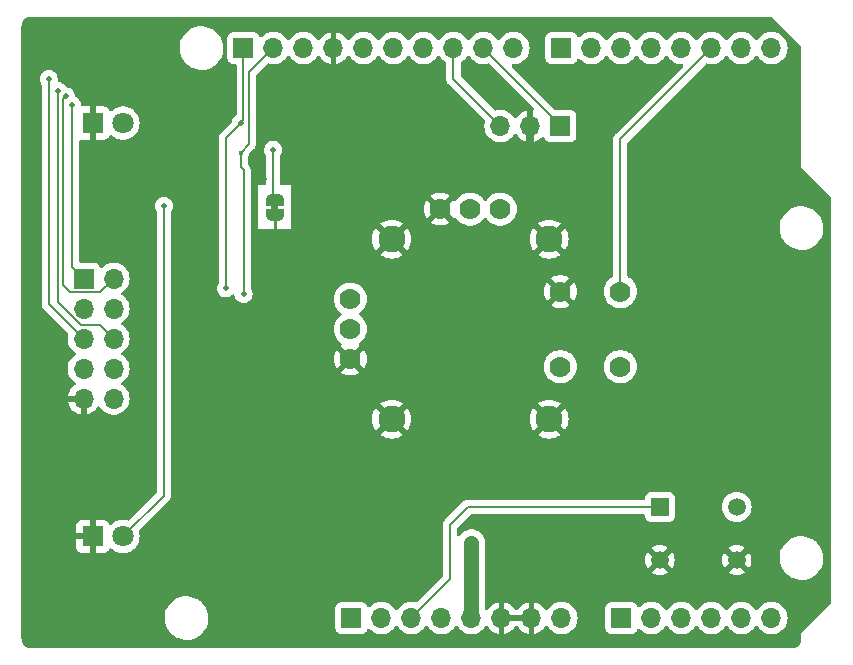
<source format=gbr>
%TF.GenerationSoftware,KiCad,Pcbnew,7.0.2-0*%
%TF.CreationDate,2023-10-31T17:00:16-04:00*%
%TF.ProjectId,ControllerShield,436f6e74-726f-46c6-9c65-72536869656c,rev?*%
%TF.SameCoordinates,Original*%
%TF.FileFunction,Copper,L2,Bot*%
%TF.FilePolarity,Positive*%
%FSLAX46Y46*%
G04 Gerber Fmt 4.6, Leading zero omitted, Abs format (unit mm)*
G04 Created by KiCad (PCBNEW 7.0.2-0) date 2023-10-31 17:00:16*
%MOMM*%
%LPD*%
G01*
G04 APERTURE LIST*
G04 Aperture macros list*
%AMFreePoly0*
4,1,19,0.500000,-0.750000,0.000000,-0.750000,0.000000,-0.744911,-0.071157,-0.744911,-0.207708,-0.704816,-0.327430,-0.627875,-0.420627,-0.520320,-0.479746,-0.390866,-0.500000,-0.250000,-0.500000,0.250000,-0.479746,0.390866,-0.420627,0.520320,-0.327430,0.627875,-0.207708,0.704816,-0.071157,0.744911,0.000000,0.744911,0.000000,0.750000,0.500000,0.750000,0.500000,-0.750000,0.500000,-0.750000,
$1*%
%AMFreePoly1*
4,1,19,0.000000,0.744911,0.071157,0.744911,0.207708,0.704816,0.327430,0.627875,0.420627,0.520320,0.479746,0.390866,0.500000,0.250000,0.500000,-0.250000,0.479746,-0.390866,0.420627,-0.520320,0.327430,-0.627875,0.207708,-0.704816,0.071157,-0.744911,0.000000,-0.744911,0.000000,-0.750000,-0.500000,-0.750000,-0.500000,0.750000,0.000000,0.750000,0.000000,0.744911,0.000000,0.744911,
$1*%
G04 Aperture macros list end*
%TA.AperFunction,ComponentPad*%
%ADD10R,1.700000X1.700000*%
%TD*%
%TA.AperFunction,ComponentPad*%
%ADD11O,1.700000X1.700000*%
%TD*%
%TA.AperFunction,ComponentPad*%
%ADD12R,1.800000X1.800000*%
%TD*%
%TA.AperFunction,ComponentPad*%
%ADD13C,1.800000*%
%TD*%
%TA.AperFunction,ComponentPad*%
%ADD14R,1.498600X1.498600*%
%TD*%
%TA.AperFunction,ComponentPad*%
%ADD15C,1.498600*%
%TD*%
%TA.AperFunction,ComponentPad*%
%ADD16C,1.778000*%
%TD*%
%TA.AperFunction,ComponentPad*%
%ADD17C,2.286000*%
%TD*%
%TA.AperFunction,SMDPad,CuDef*%
%ADD18FreePoly0,90.000000*%
%TD*%
%TA.AperFunction,SMDPad,CuDef*%
%ADD19FreePoly1,90.000000*%
%TD*%
%TA.AperFunction,ViaPad*%
%ADD20C,0.500000*%
%TD*%
%TA.AperFunction,ViaPad*%
%ADD21C,0.800000*%
%TD*%
%TA.AperFunction,ViaPad*%
%ADD22C,0.400000*%
%TD*%
%TA.AperFunction,Conductor*%
%ADD23C,0.635000*%
%TD*%
%TA.AperFunction,Conductor*%
%ADD24C,0.200000*%
%TD*%
%TA.AperFunction,Conductor*%
%ADD25C,0.254000*%
%TD*%
%TA.AperFunction,Conductor*%
%ADD26C,1.270000*%
%TD*%
%TA.AperFunction,Conductor*%
%ADD27C,0.180000*%
%TD*%
%TA.AperFunction,Conductor*%
%ADD28C,0.127000*%
%TD*%
G04 APERTURE END LIST*
%TA.AperFunction,EtchedComponent*%
%TO.C,JP1*%
G36*
X143700000Y-104170000D02*
G01*
X143100000Y-104170000D01*
X143100000Y-103670000D01*
X143700000Y-103670000D01*
X143700000Y-104170000D01*
G37*
%TD.AperFunction*%
%TD*%
D10*
%TO.P,J1,1,Pin_1*%
%TO.N,unconnected-(J1-Pin_1-Pad1)*%
X149890000Y-138655000D03*
D11*
%TO.P,J1,2,Pin_2*%
%TO.N,/IOREF*%
X152430000Y-138655000D03*
%TO.P,J1,3,Pin_3*%
%TO.N,/RSTn*%
X154970000Y-138655000D03*
%TO.P,J1,4,Pin_4*%
%TO.N,unconnected-(J1-Pin_4-Pad4)*%
X157510000Y-138655000D03*
%TO.P,J1,5,Pin_5*%
%TO.N,+5V*%
X160050000Y-138655000D03*
%TO.P,J1,6,Pin_6*%
%TO.N,GND*%
X162590000Y-138655000D03*
%TO.P,J1,7,Pin_7*%
X165130000Y-138655000D03*
%TO.P,J1,8,Pin_8*%
%TO.N,/Vsys*%
X167670000Y-138655000D03*
%TD*%
D10*
%TO.P,J3,1,Pin_1*%
%TO.N,/Horiz*%
X172750000Y-138655000D03*
D11*
%TO.P,J3,2,Pin_2*%
%TO.N,/Vert*%
X175290000Y-138655000D03*
%TO.P,J3,3,Pin_3*%
%TO.N,/A2*%
X177830000Y-138655000D03*
%TO.P,J3,4,Pin_4*%
%TO.N,/A3*%
X180370000Y-138655000D03*
%TO.P,J3,5,Pin_5*%
%TO.N,unconnected-(J3-Pin_5-Pad5)*%
X182910000Y-138655000D03*
%TO.P,J3,6,Pin_6*%
%TO.N,unconnected-(J3-Pin_6-Pad6)*%
X185450000Y-138655000D03*
%TD*%
D10*
%TO.P,J2,1,Pin_1*%
%TO.N,/SCL*%
X140746000Y-90395000D03*
D11*
%TO.P,J2,2,Pin_2*%
%TO.N,/SDA*%
X143286000Y-90395000D03*
%TO.P,J2,3,Pin_3*%
%TO.N,/AREF*%
X145826000Y-90395000D03*
%TO.P,J2,4,Pin_4*%
%TO.N,GND*%
X148366000Y-90395000D03*
%TO.P,J2,5,Pin_5*%
%TO.N,/D0*%
X150906000Y-90395000D03*
%TO.P,J2,6,Pin_6*%
%TO.N,/D1*%
X153446000Y-90395000D03*
%TO.P,J2,7,Pin_7*%
%TO.N,/\u002A11*%
X155986000Y-90395000D03*
%TO.P,J2,8,Pin_8*%
%TO.N,/Y*%
X158526000Y-90395000D03*
%TO.P,J2,9,Pin_9*%
%TO.N,/X*%
X161066000Y-90395000D03*
%TO.P,J2,10,Pin_10*%
%TO.N,/8*%
X163606000Y-90395000D03*
%TD*%
D10*
%TO.P,J4,1,Pin_1*%
%TO.N,/7*%
X167670000Y-90395000D03*
D11*
%TO.P,J4,2,Pin_2*%
%TO.N,/\u002A6*%
X170210000Y-90395000D03*
%TO.P,J4,3,Pin_3*%
%TO.N,/\u002A5*%
X172750000Y-90395000D03*
%TO.P,J4,4,Pin_4*%
%TO.N,/Green*%
X175290000Y-90395000D03*
%TO.P,J4,5,Pin_5*%
%TO.N,/Red*%
X177830000Y-90395000D03*
%TO.P,J4,6,Pin_6*%
%TO.N,/GameBtn*%
X180370000Y-90395000D03*
%TO.P,J4,7,Pin_7*%
%TO.N,/TX{slash}1*%
X182910000Y-90395000D03*
%TO.P,J4,8,Pin_8*%
%TO.N,/RX{slash}0*%
X185450000Y-90395000D03*
%TD*%
D12*
%TO.P,D1,1,K*%
%TO.N,GND*%
X128000000Y-131750000D03*
D13*
%TO.P,D1,2,A*%
%TO.N,Net-(D1-A)*%
X130540000Y-131750000D03*
%TD*%
D14*
%TO.P,SW1,1,A*%
%TO.N,/RSTn*%
X175999998Y-129249999D03*
D15*
%TO.P,SW1,2,A*%
X182500000Y-129249999D03*
%TO.P,SW1,3,B*%
%TO.N,GND*%
X175999998Y-133750000D03*
%TO.P,SW1,4,B*%
X182500000Y-133750000D03*
%TD*%
D16*
%TO.P,U1,B1A,SEL+*%
%TO.N,/GameBtn*%
X172650000Y-111020000D03*
%TO.P,U1,B1B*%
%TO.N,N/C*%
X172650000Y-117370000D03*
%TO.P,U1,B2A,SEL-*%
%TO.N,GND*%
X167570000Y-111020000D03*
%TO.P,U1,B2B*%
%TO.N,N/C*%
X167570000Y-117370000D03*
%TO.P,U1,H1,H+*%
%TO.N,+5V*%
X149790000Y-111655000D03*
%TO.P,U1,H2,H*%
%TO.N,/Vert*%
X149790000Y-114195000D03*
%TO.P,U1,H3,H-*%
%TO.N,GND*%
X149790000Y-116735000D03*
D17*
%TO.P,U1,S1,SHIELD*%
X166617500Y-106575000D03*
%TO.P,U1,S2,SHIELD__1*%
X153282500Y-106575000D03*
%TO.P,U1,S3,SHIELD__2*%
X153282500Y-121815000D03*
%TO.P,U1,S4,SHIELD__3*%
X166617500Y-121815000D03*
D16*
%TO.P,U1,V1,V+*%
%TO.N,+5V*%
X162490000Y-104035000D03*
%TO.P,U1,V2,V*%
%TO.N,/Horiz*%
X159950000Y-104035000D03*
%TO.P,U1,V3,V-*%
%TO.N,GND*%
X157410000Y-104035000D03*
%TD*%
D12*
%TO.P,D2,1,K*%
%TO.N,GND*%
X128000000Y-96750000D03*
D13*
%TO.P,D2,2,A*%
%TO.N,Net-(D2-A)*%
X130540000Y-96750000D03*
%TD*%
D10*
%TO.P,J5,1,Pin_1*%
%TO.N,/X*%
X127210000Y-109920000D03*
D11*
%TO.P,J5,2,Pin_2*%
%TO.N,/Y*%
X129750000Y-109920000D03*
%TO.P,J5,3,Pin_3*%
%TO.N,/SCL*%
X127210000Y-112460000D03*
%TO.P,J5,4,Pin_4*%
%TO.N,/SDA*%
X129750000Y-112460000D03*
%TO.P,J5,5,Pin_5*%
%TO.N,/D0*%
X127210000Y-115000000D03*
%TO.P,J5,6,Pin_6*%
%TO.N,/D1*%
X129750000Y-115000000D03*
%TO.P,J5,7,Pin_7*%
%TO.N,/Vsys*%
X127210000Y-117540000D03*
%TO.P,J5,8,Pin_8*%
%TO.N,unconnected-(J5-Pin_8-Pad8)*%
X129750000Y-117540000D03*
%TO.P,J5,9,Pin_9*%
%TO.N,GND*%
X127210000Y-120080000D03*
%TO.P,J5,10,Pin_10*%
%TO.N,unconnected-(J5-Pin_10-Pad10)*%
X129750000Y-120080000D03*
%TD*%
D10*
%TO.P,J6,1,Pin_1*%
%TO.N,/X*%
X167580000Y-97000000D03*
D11*
%TO.P,J6,2,Pin_2*%
%TO.N,GND*%
X165040000Y-97000000D03*
%TO.P,J6,3,Pin_3*%
%TO.N,/Y*%
X162500000Y-97000000D03*
%TD*%
D18*
%TO.P,JP1,1,A*%
%TO.N,GND*%
X143400000Y-104570000D03*
D19*
%TO.P,JP1,2,B*%
%TO.N,Net-(JP1-B)*%
X143400000Y-103270000D03*
%TD*%
D20*
%TO.N,GND*%
X146250000Y-101500000D03*
X145500000Y-96500000D03*
X155500000Y-97500000D03*
X144250000Y-101500000D03*
X142250000Y-96750000D03*
X142500000Y-101500000D03*
D21*
%TO.N,+5V*%
X160000000Y-133500000D03*
X160000000Y-134750000D03*
X160000000Y-132250000D03*
D20*
%TO.N,Net-(D1-A)*%
X134000000Y-103750000D03*
%TO.N,/SCL*%
X140500000Y-96750000D03*
X139250000Y-110750000D03*
%TO.N,/D0*%
X124250000Y-93000000D03*
%TO.N,/D1*%
X125000000Y-94000000D03*
%TO.N,/SDA*%
X140750000Y-111250000D03*
D22*
X140500000Y-99250000D03*
D20*
%TO.N,/Y*%
X125750000Y-94500000D03*
%TO.N,/X*%
X126250000Y-95250000D03*
%TO.N,Net-(JP1-B)*%
X143250000Y-99000000D03*
%TD*%
D23*
%TO.N,GND*%
X165040000Y-99540000D02*
X165250000Y-99750000D01*
D24*
X143400000Y-104570000D02*
X143400000Y-106650000D01*
D23*
X165040000Y-97000000D02*
X165040000Y-99540000D01*
D25*
X143400000Y-104570000D02*
X143400000Y-106150000D01*
D24*
X143500000Y-106750000D02*
X143400000Y-106650000D01*
D26*
%TO.N,+5V*%
X160050000Y-138655000D02*
X160050000Y-136000000D01*
X160050000Y-136000000D02*
X160050000Y-132300000D01*
X160050000Y-136000000D02*
X160050000Y-134800000D01*
D27*
%TO.N,Net-(D1-A)*%
X134000000Y-128290000D02*
X130540000Y-131750000D01*
X134000000Y-103750000D02*
X134000000Y-128290000D01*
D28*
%TO.N,/SCL*%
X139250000Y-98000000D02*
X139250000Y-110750000D01*
X140500000Y-96750000D02*
X140746000Y-96504000D01*
X140500000Y-96750000D02*
X139250000Y-98000000D01*
X140746000Y-96504000D02*
X140746000Y-90395000D01*
D27*
%TO.N,/D0*%
X124250000Y-112040000D02*
X127210000Y-115000000D01*
X124250000Y-93000000D02*
X124250000Y-112040000D01*
%TO.N,/D1*%
X125000000Y-111862204D02*
X125000000Y-94000000D01*
X126997796Y-113860000D02*
X125000000Y-111862204D01*
X129750000Y-115000000D02*
X128610000Y-113860000D01*
X128610000Y-113860000D02*
X126997796Y-113860000D01*
%TO.N,/GameBtn*%
X172650000Y-111020000D02*
X172650000Y-98115000D01*
X172650000Y-98115000D02*
X180370000Y-90395000D01*
D28*
%TO.N,/SDA*%
X141250000Y-98500000D02*
X140500000Y-99250000D01*
D27*
X140750000Y-111250000D02*
X140750000Y-100750000D01*
X140500000Y-100500000D02*
X140500000Y-99250000D01*
D28*
X141250000Y-98500000D02*
X141250000Y-92431000D01*
X141250000Y-92431000D02*
X143286000Y-90395000D01*
D27*
X140750000Y-100750000D02*
X140500000Y-100500000D01*
%TO.N,/Y*%
X125500000Y-94750000D02*
X125500000Y-110490000D01*
X158526000Y-93026000D02*
X158526000Y-90395000D01*
X162500000Y-97000000D02*
X158526000Y-93026000D01*
X125750000Y-94500000D02*
X125500000Y-94750000D01*
X125500000Y-110490000D02*
X126070000Y-111060000D01*
X128610000Y-111060000D02*
X129750000Y-109920000D01*
X126070000Y-111060000D02*
X128610000Y-111060000D01*
%TO.N,/X*%
X126250000Y-95250000D02*
X126250000Y-108750000D01*
X127210000Y-109920000D02*
X126250000Y-108960000D01*
X126250000Y-108960000D02*
X126250000Y-108750000D01*
X167580000Y-97000000D02*
X167580000Y-96909000D01*
X167580000Y-96909000D02*
X161066000Y-90395000D01*
D24*
%TO.N,Net-(JP1-B)*%
X143250000Y-103120000D02*
X143400000Y-103270000D01*
X143250000Y-99000000D02*
X143250000Y-103120000D01*
%TO.N,/RSTn*%
X175999998Y-129249999D02*
X159750001Y-129249999D01*
X159750001Y-129249999D02*
X158250000Y-130750000D01*
X158250000Y-135375000D02*
X154970000Y-138655000D01*
X158250000Y-130750000D02*
X158250000Y-135375000D01*
%TD*%
%TA.AperFunction,Conductor*%
%TO.N,GND*%
G36*
X164670507Y-138445156D02*
G01*
X164630000Y-138583111D01*
X164630000Y-138726889D01*
X164670507Y-138864844D01*
X164696314Y-138905000D01*
X163023686Y-138905000D01*
X163049493Y-138864844D01*
X163090000Y-138726889D01*
X163090000Y-138583111D01*
X163049493Y-138445156D01*
X163023686Y-138405000D01*
X164696314Y-138405000D01*
X164670507Y-138445156D01*
G37*
%TD.AperFunction*%
%TA.AperFunction,Conductor*%
G36*
X159877905Y-91068516D02*
G01*
X159899809Y-91093795D01*
X159990278Y-91232268D01*
X160142760Y-91397906D01*
X160320424Y-91536189D01*
X160518426Y-91643342D01*
X160731365Y-91716444D01*
X160953431Y-91753500D01*
X161178569Y-91753500D01*
X161400635Y-91716444D01*
X161400635Y-91716443D01*
X161431942Y-91705695D01*
X161501739Y-91702544D01*
X161559888Y-91735295D01*
X165305422Y-95480829D01*
X165338907Y-95542152D01*
X165333923Y-95611844D01*
X165293229Y-95666884D01*
X165290000Y-95669361D01*
X165290000Y-96564498D01*
X165182315Y-96515320D01*
X165075763Y-96500000D01*
X165004237Y-96500000D01*
X164897685Y-96515320D01*
X164790000Y-96564498D01*
X164790000Y-95669364D01*
X164789999Y-95669364D01*
X164576507Y-95726569D01*
X164362421Y-95826400D01*
X164168921Y-95961890D01*
X164001893Y-96128918D01*
X163875132Y-96309952D01*
X163820555Y-96353576D01*
X163751056Y-96360769D01*
X163688702Y-96329247D01*
X163669748Y-96306649D01*
X163575723Y-96162732D01*
X163497103Y-96077330D01*
X163423240Y-95997094D01*
X163245576Y-95858811D01*
X163047574Y-95751658D01*
X163047573Y-95751657D01*
X163047572Y-95751657D01*
X162834636Y-95678556D01*
X162612569Y-95641500D01*
X162387431Y-95641500D01*
X162165364Y-95678555D01*
X162134050Y-95689305D01*
X162064251Y-95692452D01*
X162006110Y-95659703D01*
X159160819Y-92814411D01*
X159127334Y-92753088D01*
X159124500Y-92726730D01*
X159124500Y-91689670D01*
X159144185Y-91622631D01*
X159189483Y-91580615D01*
X159271576Y-91536189D01*
X159449240Y-91397906D01*
X159601722Y-91232268D01*
X159692190Y-91093795D01*
X159745337Y-91048438D01*
X159814569Y-91039014D01*
X159877905Y-91068516D01*
G37*
%TD.AperFunction*%
%TA.AperFunction,Conductor*%
G36*
X185465469Y-87750185D02*
G01*
X185486111Y-87766819D01*
X187953181Y-90233888D01*
X187986666Y-90295211D01*
X187989500Y-90321569D01*
X187989500Y-100530368D01*
X187989419Y-100530774D01*
X187989457Y-100554999D01*
X187989576Y-100555283D01*
X187989617Y-100555383D01*
X188000962Y-100566670D01*
X190493181Y-103058888D01*
X190526666Y-103120211D01*
X190529500Y-103146569D01*
X190529500Y-137333429D01*
X190509815Y-137400468D01*
X190493181Y-137421110D01*
X188006995Y-139907295D01*
X188006819Y-139907413D01*
X187989617Y-139924615D01*
X187989457Y-139924997D01*
X187989461Y-139949665D01*
X187989500Y-139949855D01*
X187989500Y-140426904D01*
X187988903Y-140439060D01*
X187986027Y-140468256D01*
X187983501Y-140490677D01*
X187973579Y-140578732D01*
X187969022Y-140600828D01*
X187953632Y-140651559D01*
X187952014Y-140656516D01*
X187925211Y-140733116D01*
X187917528Y-140750614D01*
X187890071Y-140801984D01*
X187885705Y-140809505D01*
X187845215Y-140873943D01*
X187836076Y-140886634D01*
X187798098Y-140932911D01*
X187789925Y-140941928D01*
X187736928Y-140994925D01*
X187727911Y-141003098D01*
X187681634Y-141041076D01*
X187668943Y-141050215D01*
X187604505Y-141090705D01*
X187596984Y-141095071D01*
X187545614Y-141122528D01*
X187528116Y-141130211D01*
X187451516Y-141157014D01*
X187446559Y-141158632D01*
X187395834Y-141174020D01*
X187373721Y-141178580D01*
X187263256Y-141191027D01*
X187255771Y-141191764D01*
X187234003Y-141193908D01*
X187221928Y-141194500D01*
X122718095Y-141194500D01*
X122705939Y-141193903D01*
X122676743Y-141191027D01*
X122634474Y-141186264D01*
X122566262Y-141178579D01*
X122544170Y-141174022D01*
X122493439Y-141158632D01*
X122488482Y-141157014D01*
X122411882Y-141130211D01*
X122394384Y-141122528D01*
X122368547Y-141108718D01*
X122343007Y-141095066D01*
X122335493Y-141090705D01*
X122271055Y-141050215D01*
X122258364Y-141041076D01*
X122212087Y-141003098D01*
X122203070Y-140994925D01*
X122150073Y-140941928D01*
X122141900Y-140932911D01*
X122103922Y-140886634D01*
X122094783Y-140873943D01*
X122080595Y-140851364D01*
X122054282Y-140809487D01*
X122049942Y-140802011D01*
X122022467Y-140750607D01*
X122014794Y-140733132D01*
X121987972Y-140656482D01*
X121986366Y-140651559D01*
X121970978Y-140600834D01*
X121966419Y-140578728D01*
X121953972Y-140468256D01*
X121951089Y-140438982D01*
X121950500Y-140426932D01*
X121950500Y-138722764D01*
X134065787Y-138722764D01*
X134095413Y-138992016D01*
X134095414Y-138992018D01*
X134163928Y-139254088D01*
X134265143Y-139492267D01*
X134269871Y-139503392D01*
X134410982Y-139734611D01*
X134584253Y-139942818D01*
X134584255Y-139942820D01*
X134785998Y-140123582D01*
X135011910Y-140273044D01*
X135118211Y-140322876D01*
X135257177Y-140388021D01*
X135516562Y-140466058D01*
X135516569Y-140466060D01*
X135784561Y-140505500D01*
X135784564Y-140505500D01*
X135985369Y-140505500D01*
X135987631Y-140505500D01*
X136190156Y-140490677D01*
X136454553Y-140431780D01*
X136707558Y-140335014D01*
X136943777Y-140202441D01*
X137158177Y-140036888D01*
X137346186Y-139841881D01*
X137503799Y-139621579D01*
X137538730Y-139553638D01*
X148531500Y-139553638D01*
X148531852Y-139556918D01*
X148531853Y-139556924D01*
X148538011Y-139614205D01*
X148589110Y-139751203D01*
X148676738Y-139868261D01*
X148793796Y-139955889D01*
X148930794Y-140006988D01*
X148930797Y-140006988D01*
X148930799Y-140006989D01*
X148991362Y-140013500D01*
X148994672Y-140013500D01*
X150785328Y-140013500D01*
X150788638Y-140013500D01*
X150849201Y-140006989D01*
X150849203Y-140006988D01*
X150849205Y-140006988D01*
X150931097Y-139976443D01*
X150986204Y-139955889D01*
X151103261Y-139868261D01*
X151190889Y-139751204D01*
X151236137Y-139629889D01*
X151278009Y-139573956D01*
X151343474Y-139549540D01*
X151411747Y-139564392D01*
X151443548Y-139589241D01*
X151473318Y-139621579D01*
X151506760Y-139657906D01*
X151684424Y-139796189D01*
X151882426Y-139903342D01*
X152095365Y-139976444D01*
X152317431Y-140013500D01*
X152542569Y-140013500D01*
X152764635Y-139976444D01*
X152977574Y-139903342D01*
X153175576Y-139796189D01*
X153353240Y-139657906D01*
X153505722Y-139492268D01*
X153596191Y-139353793D01*
X153649336Y-139308438D01*
X153718567Y-139299014D01*
X153781903Y-139328515D01*
X153803807Y-139353794D01*
X153894275Y-139492265D01*
X153904518Y-139503392D01*
X154046760Y-139657906D01*
X154224424Y-139796189D01*
X154422426Y-139903342D01*
X154635365Y-139976444D01*
X154857431Y-140013500D01*
X155082569Y-140013500D01*
X155304635Y-139976444D01*
X155517574Y-139903342D01*
X155715576Y-139796189D01*
X155893240Y-139657906D01*
X156045722Y-139492268D01*
X156136190Y-139353795D01*
X156189337Y-139308438D01*
X156258569Y-139299014D01*
X156321905Y-139328516D01*
X156343809Y-139353795D01*
X156434278Y-139492268D01*
X156586760Y-139657906D01*
X156764424Y-139796189D01*
X156962426Y-139903342D01*
X157175365Y-139976444D01*
X157397431Y-140013500D01*
X157622569Y-140013500D01*
X157844635Y-139976444D01*
X158057574Y-139903342D01*
X158255576Y-139796189D01*
X158433240Y-139657906D01*
X158585722Y-139492268D01*
X158676190Y-139353795D01*
X158729337Y-139308438D01*
X158798569Y-139299014D01*
X158861905Y-139328516D01*
X158883809Y-139353795D01*
X158974278Y-139492268D01*
X159126760Y-139657906D01*
X159304424Y-139796189D01*
X159502426Y-139903342D01*
X159715365Y-139976444D01*
X159937431Y-140013500D01*
X160162569Y-140013500D01*
X160384635Y-139976444D01*
X160597574Y-139903342D01*
X160795576Y-139796189D01*
X160973240Y-139657906D01*
X161125722Y-139492268D01*
X161219748Y-139348349D01*
X161272893Y-139302994D01*
X161342124Y-139293570D01*
X161405460Y-139323072D01*
X161425131Y-139345048D01*
X161551892Y-139526080D01*
X161718918Y-139693106D01*
X161912423Y-139828600D01*
X162126509Y-139928430D01*
X162340000Y-139985634D01*
X162340000Y-139090501D01*
X162447685Y-139139680D01*
X162554237Y-139155000D01*
X162625763Y-139155000D01*
X162732315Y-139139680D01*
X162840000Y-139090501D01*
X162840000Y-139985633D01*
X163053490Y-139928430D01*
X163267576Y-139828600D01*
X163461081Y-139693106D01*
X163628106Y-139526081D01*
X163758425Y-139339968D01*
X163813002Y-139296344D01*
X163882501Y-139289151D01*
X163944855Y-139320673D01*
X163961575Y-139339968D01*
X164091893Y-139526081D01*
X164258918Y-139693106D01*
X164452423Y-139828600D01*
X164666509Y-139928430D01*
X164880000Y-139985634D01*
X164880000Y-139090501D01*
X164987685Y-139139680D01*
X165094237Y-139155000D01*
X165165763Y-139155000D01*
X165272315Y-139139680D01*
X165380000Y-139090501D01*
X165380000Y-139985633D01*
X165593490Y-139928430D01*
X165807576Y-139828600D01*
X166001081Y-139693106D01*
X166168106Y-139526081D01*
X166294868Y-139345048D01*
X166349445Y-139301424D01*
X166418944Y-139294231D01*
X166481298Y-139325753D01*
X166500252Y-139348351D01*
X166594276Y-139492267D01*
X166660673Y-139564392D01*
X166746760Y-139657906D01*
X166924424Y-139796189D01*
X167122426Y-139903342D01*
X167335365Y-139976444D01*
X167557431Y-140013500D01*
X167782569Y-140013500D01*
X168004635Y-139976444D01*
X168217574Y-139903342D01*
X168415576Y-139796189D01*
X168593240Y-139657906D01*
X168689226Y-139553638D01*
X171391500Y-139553638D01*
X171391852Y-139556918D01*
X171391853Y-139556924D01*
X171398011Y-139614205D01*
X171449110Y-139751203D01*
X171536738Y-139868261D01*
X171653796Y-139955889D01*
X171790794Y-140006988D01*
X171790797Y-140006988D01*
X171790799Y-140006989D01*
X171851362Y-140013500D01*
X171854672Y-140013500D01*
X173645328Y-140013500D01*
X173648638Y-140013500D01*
X173709201Y-140006989D01*
X173709203Y-140006988D01*
X173709205Y-140006988D01*
X173791097Y-139976443D01*
X173846204Y-139955889D01*
X173963261Y-139868261D01*
X174050889Y-139751204D01*
X174096137Y-139629889D01*
X174138009Y-139573956D01*
X174203474Y-139549540D01*
X174271747Y-139564392D01*
X174303548Y-139589241D01*
X174333318Y-139621579D01*
X174366760Y-139657906D01*
X174544424Y-139796189D01*
X174742426Y-139903342D01*
X174955365Y-139976444D01*
X175177431Y-140013500D01*
X175402569Y-140013500D01*
X175624635Y-139976444D01*
X175837574Y-139903342D01*
X176035576Y-139796189D01*
X176213240Y-139657906D01*
X176365722Y-139492268D01*
X176456190Y-139353795D01*
X176509337Y-139308438D01*
X176578569Y-139299014D01*
X176641905Y-139328516D01*
X176663809Y-139353795D01*
X176754278Y-139492268D01*
X176906760Y-139657906D01*
X177084424Y-139796189D01*
X177282426Y-139903342D01*
X177495365Y-139976444D01*
X177717431Y-140013500D01*
X177942569Y-140013500D01*
X178164635Y-139976444D01*
X178377574Y-139903342D01*
X178575576Y-139796189D01*
X178753240Y-139657906D01*
X178905722Y-139492268D01*
X178996190Y-139353795D01*
X179049337Y-139308438D01*
X179118569Y-139299014D01*
X179181905Y-139328516D01*
X179203809Y-139353795D01*
X179294278Y-139492268D01*
X179446760Y-139657906D01*
X179624424Y-139796189D01*
X179822426Y-139903342D01*
X180035365Y-139976444D01*
X180257431Y-140013500D01*
X180482569Y-140013500D01*
X180704635Y-139976444D01*
X180917574Y-139903342D01*
X181115576Y-139796189D01*
X181293240Y-139657906D01*
X181445722Y-139492268D01*
X181536190Y-139353795D01*
X181589337Y-139308438D01*
X181658569Y-139299014D01*
X181721905Y-139328516D01*
X181743809Y-139353795D01*
X181834278Y-139492268D01*
X181986760Y-139657906D01*
X182164424Y-139796189D01*
X182362426Y-139903342D01*
X182575365Y-139976444D01*
X182797431Y-140013500D01*
X183022569Y-140013500D01*
X183244635Y-139976444D01*
X183457574Y-139903342D01*
X183655576Y-139796189D01*
X183833240Y-139657906D01*
X183985722Y-139492268D01*
X184076191Y-139353793D01*
X184129336Y-139308438D01*
X184198567Y-139299014D01*
X184261903Y-139328515D01*
X184283807Y-139353794D01*
X184374275Y-139492265D01*
X184384518Y-139503392D01*
X184526760Y-139657906D01*
X184704424Y-139796189D01*
X184902426Y-139903342D01*
X185115365Y-139976444D01*
X185337431Y-140013500D01*
X185562569Y-140013500D01*
X185784635Y-139976444D01*
X185997574Y-139903342D01*
X186195576Y-139796189D01*
X186373240Y-139657906D01*
X186525722Y-139492268D01*
X186648860Y-139303791D01*
X186739296Y-139097616D01*
X186794564Y-138879368D01*
X186813156Y-138655000D01*
X186794564Y-138430632D01*
X186739296Y-138212384D01*
X186650955Y-138010985D01*
X186648861Y-138006211D01*
X186636263Y-137986928D01*
X186525722Y-137817732D01*
X186373240Y-137652094D01*
X186195576Y-137513811D01*
X185997574Y-137406658D01*
X185997573Y-137406657D01*
X185997572Y-137406657D01*
X185784636Y-137333556D01*
X185562569Y-137296500D01*
X185337431Y-137296500D01*
X185115363Y-137333556D01*
X184902427Y-137406657D01*
X184704424Y-137513811D01*
X184526760Y-137652094D01*
X184374279Y-137817730D01*
X184283809Y-137956205D01*
X184230662Y-138001561D01*
X184161431Y-138010985D01*
X184098095Y-137981483D01*
X184076191Y-137956205D01*
X183985723Y-137817734D01*
X183985722Y-137817732D01*
X183833240Y-137652094D01*
X183655576Y-137513811D01*
X183457574Y-137406658D01*
X183457573Y-137406657D01*
X183457572Y-137406657D01*
X183244636Y-137333556D01*
X183022569Y-137296500D01*
X182797431Y-137296500D01*
X182575363Y-137333556D01*
X182362427Y-137406657D01*
X182164424Y-137513811D01*
X181986760Y-137652094D01*
X181834279Y-137817730D01*
X181743809Y-137956205D01*
X181690662Y-138001561D01*
X181621431Y-138010985D01*
X181558095Y-137981483D01*
X181536191Y-137956205D01*
X181445723Y-137817734D01*
X181445722Y-137817732D01*
X181293240Y-137652094D01*
X181115576Y-137513811D01*
X180917574Y-137406658D01*
X180917573Y-137406657D01*
X180917572Y-137406657D01*
X180704636Y-137333556D01*
X180482569Y-137296500D01*
X180257431Y-137296500D01*
X180035363Y-137333556D01*
X179822427Y-137406657D01*
X179624424Y-137513811D01*
X179446760Y-137652094D01*
X179294279Y-137817730D01*
X179203809Y-137956205D01*
X179150662Y-138001561D01*
X179081431Y-138010985D01*
X179018095Y-137981483D01*
X178996191Y-137956205D01*
X178905723Y-137817734D01*
X178905722Y-137817732D01*
X178753240Y-137652094D01*
X178575576Y-137513811D01*
X178377574Y-137406658D01*
X178377573Y-137406657D01*
X178377572Y-137406657D01*
X178164636Y-137333556D01*
X177942569Y-137296500D01*
X177717431Y-137296500D01*
X177495363Y-137333556D01*
X177282427Y-137406657D01*
X177084424Y-137513811D01*
X176906760Y-137652094D01*
X176754279Y-137817730D01*
X176663809Y-137956205D01*
X176610662Y-138001561D01*
X176541431Y-138010985D01*
X176478095Y-137981483D01*
X176456191Y-137956205D01*
X176365723Y-137817734D01*
X176365722Y-137817732D01*
X176213240Y-137652094D01*
X176035576Y-137513811D01*
X175837574Y-137406658D01*
X175837573Y-137406657D01*
X175837572Y-137406657D01*
X175624636Y-137333556D01*
X175402569Y-137296500D01*
X175177431Y-137296500D01*
X174955363Y-137333556D01*
X174742427Y-137406657D01*
X174544424Y-137513811D01*
X174366759Y-137652094D01*
X174303548Y-137720759D01*
X174243660Y-137756749D01*
X174173822Y-137754648D01*
X174116207Y-137715123D01*
X174096138Y-137680110D01*
X174057078Y-137575390D01*
X174050889Y-137558796D01*
X173992951Y-137481400D01*
X173963261Y-137441738D01*
X173846203Y-137354110D01*
X173709205Y-137303011D01*
X173651924Y-137296853D01*
X173651918Y-137296852D01*
X173648638Y-137296500D01*
X171851362Y-137296500D01*
X171848082Y-137296852D01*
X171848075Y-137296853D01*
X171790794Y-137303011D01*
X171653796Y-137354110D01*
X171536738Y-137441738D01*
X171449110Y-137558796D01*
X171398011Y-137695794D01*
X171391853Y-137753075D01*
X171391500Y-137756362D01*
X171391500Y-139553638D01*
X168689226Y-139553638D01*
X168745722Y-139492268D01*
X168868860Y-139303791D01*
X168959296Y-139097616D01*
X169014564Y-138879368D01*
X169033156Y-138655000D01*
X169014564Y-138430632D01*
X168959296Y-138212384D01*
X168870955Y-138010985D01*
X168868861Y-138006211D01*
X168856263Y-137986928D01*
X168745722Y-137817732D01*
X168593240Y-137652094D01*
X168415576Y-137513811D01*
X168217574Y-137406658D01*
X168217573Y-137406657D01*
X168217572Y-137406657D01*
X168004636Y-137333556D01*
X167782569Y-137296500D01*
X167557431Y-137296500D01*
X167335363Y-137333556D01*
X167122427Y-137406657D01*
X166924424Y-137513811D01*
X166746760Y-137652094D01*
X166594275Y-137817734D01*
X166500250Y-137961650D01*
X166447104Y-138007006D01*
X166377873Y-138016430D01*
X166314537Y-137986928D01*
X166294867Y-137964951D01*
X166168109Y-137783921D01*
X166001081Y-137616893D01*
X165807576Y-137481399D01*
X165593492Y-137381569D01*
X165380000Y-137324364D01*
X165380000Y-138219498D01*
X165272315Y-138170320D01*
X165165763Y-138155000D01*
X165094237Y-138155000D01*
X164987685Y-138170320D01*
X164880000Y-138219498D01*
X164880000Y-137324364D01*
X164879999Y-137324364D01*
X164666507Y-137381569D01*
X164452421Y-137481400D01*
X164258921Y-137616890D01*
X164091893Y-137783918D01*
X163961575Y-137970032D01*
X163906998Y-138013656D01*
X163837499Y-138020849D01*
X163775145Y-137989327D01*
X163758425Y-137970032D01*
X163628106Y-137783918D01*
X163461081Y-137616893D01*
X163267576Y-137481399D01*
X163053492Y-137381569D01*
X162840000Y-137324364D01*
X162840000Y-138219498D01*
X162732315Y-138170320D01*
X162625763Y-138155000D01*
X162554237Y-138155000D01*
X162447685Y-138170320D01*
X162340000Y-138219498D01*
X162340000Y-137324364D01*
X162339999Y-137324364D01*
X162126507Y-137381569D01*
X161912421Y-137481400D01*
X161718921Y-137616890D01*
X161551892Y-137783919D01*
X161425131Y-137964952D01*
X161370553Y-138008577D01*
X161301055Y-138015769D01*
X161238700Y-137984247D01*
X161219742Y-137961641D01*
X161213686Y-137952370D01*
X161193503Y-137885479D01*
X161193500Y-137884557D01*
X161193500Y-133749999D01*
X174745925Y-133749999D01*
X174764977Y-133967764D01*
X174821556Y-134178919D01*
X174913939Y-134377036D01*
X174957375Y-134439068D01*
X174957375Y-134439069D01*
X175520707Y-133875736D01*
X175544825Y-133957871D01*
X175621826Y-134077688D01*
X175729465Y-134170957D01*
X175859021Y-134230124D01*
X175871615Y-134231934D01*
X175310927Y-134792621D01*
X175310928Y-134792622D01*
X175372961Y-134836058D01*
X175571078Y-134928441D01*
X175782233Y-134985020D01*
X175999997Y-135004072D01*
X176217762Y-134985020D01*
X176428917Y-134928441D01*
X176627034Y-134836057D01*
X176689067Y-134792621D01*
X176128380Y-134231934D01*
X176140975Y-134230124D01*
X176270531Y-134170957D01*
X176378170Y-134077688D01*
X176455171Y-133957871D01*
X176479287Y-133875737D01*
X177042619Y-134439069D01*
X177086055Y-134377036D01*
X177178439Y-134178919D01*
X177235018Y-133967764D01*
X177254070Y-133749999D01*
X181245927Y-133749999D01*
X181264979Y-133967764D01*
X181321558Y-134178919D01*
X181413941Y-134377036D01*
X181457377Y-134439069D01*
X182020709Y-133875736D01*
X182044827Y-133957871D01*
X182121828Y-134077688D01*
X182229467Y-134170957D01*
X182359023Y-134230124D01*
X182371617Y-134231934D01*
X181810929Y-134792621D01*
X181810930Y-134792622D01*
X181872963Y-134836058D01*
X182071080Y-134928441D01*
X182282235Y-134985020D01*
X182500000Y-135004072D01*
X182717764Y-134985020D01*
X182928919Y-134928441D01*
X183127036Y-134836057D01*
X183189069Y-134792621D01*
X182628382Y-134231934D01*
X182640977Y-134230124D01*
X182770533Y-134170957D01*
X182878172Y-134077688D01*
X182955173Y-133957871D01*
X182979289Y-133875737D01*
X183542621Y-134439069D01*
X183586057Y-134377036D01*
X183678441Y-134178919D01*
X183735020Y-133967764D01*
X183754072Y-133750000D01*
X183744690Y-133642764D01*
X186135787Y-133642764D01*
X186165413Y-133912016D01*
X186179988Y-133967764D01*
X186233109Y-134170957D01*
X186233928Y-134174087D01*
X186339871Y-134423392D01*
X186480982Y-134654611D01*
X186654253Y-134862818D01*
X186654255Y-134862820D01*
X186855998Y-135043582D01*
X187081910Y-135193044D01*
X187188211Y-135242876D01*
X187327177Y-135308021D01*
X187549807Y-135375000D01*
X187586569Y-135386060D01*
X187854561Y-135425500D01*
X187854564Y-135425500D01*
X188055369Y-135425500D01*
X188057631Y-135425500D01*
X188260156Y-135410677D01*
X188524553Y-135351780D01*
X188777558Y-135255014D01*
X189013777Y-135122441D01*
X189228177Y-134956888D01*
X189416186Y-134761881D01*
X189573799Y-134541579D01*
X189697656Y-134300675D01*
X189785118Y-134044305D01*
X189834319Y-133777933D01*
X189844212Y-133507235D01*
X189814586Y-133237982D01*
X189746072Y-132975912D01*
X189640130Y-132726610D01*
X189573897Y-132618083D01*
X189499017Y-132495388D01*
X189325746Y-132287181D01*
X189277856Y-132244271D01*
X189124002Y-132106418D01*
X188898090Y-131956956D01*
X188898086Y-131956954D01*
X188652822Y-131841978D01*
X188393437Y-131763941D01*
X188393431Y-131763940D01*
X188125439Y-131724500D01*
X187922369Y-131724500D01*
X187920120Y-131724664D01*
X187920109Y-131724665D01*
X187719843Y-131739322D01*
X187455449Y-131798219D01*
X187202441Y-131894986D01*
X186966223Y-132027559D01*
X186751825Y-132193109D01*
X186563813Y-132388120D01*
X186406201Y-132608420D01*
X186282342Y-132849329D01*
X186194881Y-133105695D01*
X186145680Y-133372066D01*
X186135787Y-133642764D01*
X183744690Y-133642764D01*
X183735020Y-133532235D01*
X183678441Y-133321080D01*
X183586058Y-133122963D01*
X183542622Y-133060930D01*
X183542621Y-133060929D01*
X182979289Y-133624261D01*
X182955173Y-133542129D01*
X182878172Y-133422312D01*
X182770533Y-133329043D01*
X182640977Y-133269876D01*
X182628382Y-133268065D01*
X183189069Y-132707377D01*
X183127036Y-132663941D01*
X182928919Y-132571558D01*
X182717764Y-132514979D01*
X182500000Y-132495927D01*
X182282235Y-132514979D01*
X182071080Y-132571558D01*
X181872964Y-132663941D01*
X181810930Y-132707377D01*
X182371618Y-133268065D01*
X182359023Y-133269876D01*
X182229467Y-133329043D01*
X182121828Y-133422312D01*
X182044827Y-133542129D01*
X182020709Y-133624262D01*
X181457377Y-133060930D01*
X181413941Y-133122964D01*
X181321558Y-133321080D01*
X181264979Y-133532235D01*
X181245927Y-133749999D01*
X177254070Y-133749999D01*
X177235018Y-133532235D01*
X177178439Y-133321080D01*
X177086056Y-133122963D01*
X177042620Y-133060930D01*
X177042619Y-133060929D01*
X176479287Y-133624261D01*
X176455171Y-133542129D01*
X176378170Y-133422312D01*
X176270531Y-133329043D01*
X176140975Y-133269876D01*
X176128379Y-133268065D01*
X176689067Y-132707377D01*
X176627034Y-132663941D01*
X176428917Y-132571558D01*
X176217762Y-132514979D01*
X175999997Y-132495927D01*
X175782233Y-132514979D01*
X175571078Y-132571558D01*
X175372962Y-132663941D01*
X175310928Y-132707377D01*
X175871616Y-133268065D01*
X175859021Y-133269876D01*
X175729465Y-133329043D01*
X175621826Y-133422312D01*
X175544825Y-133542129D01*
X175520707Y-133624262D01*
X174957375Y-133060930D01*
X174913939Y-133122964D01*
X174821556Y-133321080D01*
X174764977Y-133532235D01*
X174745925Y-133749999D01*
X161193500Y-133749999D01*
X161193500Y-132250004D01*
X161193500Y-132247132D01*
X161178845Y-132088982D01*
X161178845Y-132088979D01*
X161120850Y-131885149D01*
X161026391Y-131695448D01*
X160898676Y-131526327D01*
X160742067Y-131383559D01*
X160561885Y-131271995D01*
X160542510Y-131264489D01*
X160364274Y-131195440D01*
X160155961Y-131156500D01*
X159944039Y-131156500D01*
X159735726Y-131195440D01*
X159538114Y-131271995D01*
X159357932Y-131383559D01*
X159201323Y-131526327D01*
X159081454Y-131685060D01*
X159025345Y-131726696D01*
X158955633Y-131731387D01*
X158894451Y-131697645D01*
X158861224Y-131636182D01*
X158858500Y-131610333D01*
X158858500Y-131053411D01*
X158878185Y-130986372D01*
X158894819Y-130965730D01*
X159965731Y-129894818D01*
X160027054Y-129861333D01*
X160053412Y-129858499D01*
X174618198Y-129858499D01*
X174685237Y-129878184D01*
X174730992Y-129930988D01*
X174742198Y-129982499D01*
X174742198Y-130047937D01*
X174742550Y-130051217D01*
X174742551Y-130051223D01*
X174748709Y-130108504D01*
X174799808Y-130245502D01*
X174887436Y-130362560D01*
X175004494Y-130450188D01*
X175141492Y-130501287D01*
X175141495Y-130501287D01*
X175141497Y-130501288D01*
X175202060Y-130507799D01*
X175205370Y-130507799D01*
X176794626Y-130507799D01*
X176797936Y-130507799D01*
X176858499Y-130501288D01*
X176858501Y-130501287D01*
X176858503Y-130501287D01*
X176936422Y-130472223D01*
X176995502Y-130450188D01*
X177112559Y-130362560D01*
X177200187Y-130245503D01*
X177251287Y-130108500D01*
X177257798Y-130047937D01*
X177257798Y-129249999D01*
X181237394Y-129249999D01*
X181256576Y-129469245D01*
X181256577Y-129469248D01*
X181313539Y-129681835D01*
X181406552Y-129881302D01*
X181532788Y-130061586D01*
X181688413Y-130217211D01*
X181868697Y-130343447D01*
X182068164Y-130436460D01*
X182280751Y-130493422D01*
X182500000Y-130512604D01*
X182719249Y-130493422D01*
X182931836Y-130436460D01*
X183131303Y-130343447D01*
X183311587Y-130217211D01*
X183467212Y-130061586D01*
X183593448Y-129881302D01*
X183686461Y-129681835D01*
X183743423Y-129469248D01*
X183762605Y-129249999D01*
X183743423Y-129030750D01*
X183686461Y-128818163D01*
X183593448Y-128618697D01*
X183574636Y-128591831D01*
X183467211Y-128438411D01*
X183311588Y-128282787D01*
X183131303Y-128156551D01*
X182931837Y-128063538D01*
X182719246Y-128006575D01*
X182500000Y-127987393D01*
X182280753Y-128006575D01*
X182068163Y-128063538D01*
X181868696Y-128156551D01*
X181688411Y-128282787D01*
X181532788Y-128438410D01*
X181406552Y-128618695D01*
X181313539Y-128818162D01*
X181256576Y-129030752D01*
X181237394Y-129249999D01*
X177257798Y-129249999D01*
X177257798Y-128452061D01*
X177251287Y-128391498D01*
X177251286Y-128391496D01*
X177251286Y-128391493D01*
X177200187Y-128254495D01*
X177112559Y-128137437D01*
X176995501Y-128049809D01*
X176858503Y-127998710D01*
X176801222Y-127992552D01*
X176801216Y-127992551D01*
X176797936Y-127992199D01*
X175202060Y-127992199D01*
X175198780Y-127992551D01*
X175198773Y-127992552D01*
X175141492Y-127998710D01*
X175004494Y-128049809D01*
X174887436Y-128137437D01*
X174799808Y-128254495D01*
X174748709Y-128391493D01*
X174742551Y-128448774D01*
X174742198Y-128452061D01*
X174742198Y-128455370D01*
X174742198Y-128517499D01*
X174722513Y-128584538D01*
X174669709Y-128630293D01*
X174618198Y-128641499D01*
X159798006Y-128641499D01*
X159781821Y-128640438D01*
X159749999Y-128636248D01*
X159710125Y-128641498D01*
X159710106Y-128641500D01*
X159610544Y-128654607D01*
X159591147Y-128657161D01*
X159443125Y-128718474D01*
X159349043Y-128790666D01*
X159349039Y-128790669D01*
X159347930Y-128791521D01*
X159347926Y-128791524D01*
X159316014Y-128816012D01*
X159316009Y-128816018D01*
X159316007Y-128816020D01*
X159296467Y-128841483D01*
X159285776Y-128853673D01*
X157853671Y-130285778D01*
X157841478Y-130296471D01*
X157816016Y-130316009D01*
X157816012Y-130316013D01*
X157816013Y-130316013D01*
X157791525Y-130347925D01*
X157791523Y-130347928D01*
X157789174Y-130350988D01*
X157789170Y-130350992D01*
X157718476Y-130443122D01*
X157701618Y-130483822D01*
X157689697Y-130512604D01*
X157677678Y-130541618D01*
X157657161Y-130591150D01*
X157641500Y-130710115D01*
X157641500Y-130710121D01*
X157636249Y-130749999D01*
X157640439Y-130781818D01*
X157641500Y-130798004D01*
X157641500Y-135071588D01*
X157621815Y-135138627D01*
X157605181Y-135159269D01*
X155453360Y-137311089D01*
X155392037Y-137344574D01*
X155325419Y-137340690D01*
X155304637Y-137333556D01*
X155082569Y-137296500D01*
X154857431Y-137296500D01*
X154635363Y-137333556D01*
X154422427Y-137406657D01*
X154224424Y-137513811D01*
X154046760Y-137652094D01*
X153894277Y-137817732D01*
X153803809Y-137956205D01*
X153750663Y-138001562D01*
X153681431Y-138010986D01*
X153618095Y-137981484D01*
X153596191Y-137956205D01*
X153505722Y-137817732D01*
X153474596Y-137783921D01*
X153353240Y-137652094D01*
X153175576Y-137513811D01*
X152977574Y-137406658D01*
X152977573Y-137406657D01*
X152977572Y-137406657D01*
X152764636Y-137333556D01*
X152542569Y-137296500D01*
X152317431Y-137296500D01*
X152095363Y-137333556D01*
X151882427Y-137406657D01*
X151684424Y-137513811D01*
X151506759Y-137652094D01*
X151443548Y-137720759D01*
X151383660Y-137756749D01*
X151313822Y-137754648D01*
X151256207Y-137715123D01*
X151236138Y-137680110D01*
X151197078Y-137575390D01*
X151190889Y-137558796D01*
X151132951Y-137481400D01*
X151103261Y-137441738D01*
X150986203Y-137354110D01*
X150849205Y-137303011D01*
X150791924Y-137296853D01*
X150791918Y-137296852D01*
X150788638Y-137296500D01*
X148991362Y-137296500D01*
X148988082Y-137296852D01*
X148988075Y-137296853D01*
X148930794Y-137303011D01*
X148793796Y-137354110D01*
X148676738Y-137441738D01*
X148589110Y-137558796D01*
X148538011Y-137695794D01*
X148531853Y-137753075D01*
X148531500Y-137756362D01*
X148531500Y-139553638D01*
X137538730Y-139553638D01*
X137627656Y-139380675D01*
X137715118Y-139124305D01*
X137764319Y-138857933D01*
X137774212Y-138587235D01*
X137744586Y-138317982D01*
X137676072Y-138055912D01*
X137570130Y-137806610D01*
X137429018Y-137575390D01*
X137429017Y-137575388D01*
X137255746Y-137367181D01*
X137218077Y-137333429D01*
X137054002Y-137186418D01*
X136828090Y-137036956D01*
X136828086Y-137036954D01*
X136582822Y-136921978D01*
X136323437Y-136843941D01*
X136323431Y-136843940D01*
X136055439Y-136804500D01*
X135852369Y-136804500D01*
X135850120Y-136804664D01*
X135850109Y-136804665D01*
X135649843Y-136819322D01*
X135385449Y-136878219D01*
X135132441Y-136974986D01*
X134896223Y-137107559D01*
X134681825Y-137273109D01*
X134493813Y-137468120D01*
X134336201Y-137688420D01*
X134275436Y-137806610D01*
X134216381Y-137921474D01*
X134212342Y-137929329D01*
X134124881Y-138185695D01*
X134075680Y-138452066D01*
X134065787Y-138722764D01*
X121950500Y-138722764D01*
X121950500Y-132694518D01*
X126600000Y-132694518D01*
X126600354Y-132701132D01*
X126606400Y-132757371D01*
X126656647Y-132892089D01*
X126742811Y-133007188D01*
X126857910Y-133093352D01*
X126992628Y-133143599D01*
X127048867Y-133149645D01*
X127055482Y-133150000D01*
X127750000Y-133150000D01*
X127750000Y-132124189D01*
X127802547Y-132160016D01*
X127932173Y-132200000D01*
X128033724Y-132200000D01*
X128134138Y-132184865D01*
X128250000Y-132129068D01*
X128250000Y-133150000D01*
X128944518Y-133150000D01*
X128951132Y-133149645D01*
X129007371Y-133143599D01*
X129142089Y-133093352D01*
X129257188Y-133007188D01*
X129343352Y-132892088D01*
X129368940Y-132823485D01*
X129410811Y-132767551D01*
X129476275Y-132743134D01*
X129544548Y-132757985D01*
X129576351Y-132782835D01*
X129582776Y-132789815D01*
X129582780Y-132789818D01*
X129766983Y-132933190D01*
X129972273Y-133044287D01*
X130020749Y-133060929D01*
X130193046Y-133120080D01*
X130423288Y-133158500D01*
X130656712Y-133158500D01*
X130886953Y-133120080D01*
X130997338Y-133082183D01*
X131107727Y-133044287D01*
X131313017Y-132933190D01*
X131497220Y-132789818D01*
X131655314Y-132618083D01*
X131782984Y-132422669D01*
X131876749Y-132208907D01*
X131934051Y-131982626D01*
X131953327Y-131750000D01*
X131934051Y-131517374D01*
X131887692Y-131334306D01*
X131890317Y-131264489D01*
X131920215Y-131216190D01*
X134389728Y-128746677D01*
X134401908Y-128735996D01*
X134426855Y-128716855D01*
X134442814Y-128696056D01*
X134472661Y-128657161D01*
X134502176Y-128618695D01*
X134522789Y-128591832D01*
X134533135Y-128566851D01*
X134547769Y-128531524D01*
X134558115Y-128506544D01*
X134583095Y-128446240D01*
X134598500Y-128329225D01*
X134598500Y-128329223D01*
X134603664Y-128290000D01*
X134599560Y-128258834D01*
X134598500Y-128242649D01*
X134598500Y-121814999D01*
X151634420Y-121814999D01*
X151654711Y-122072818D01*
X151715082Y-122324285D01*
X151814051Y-122563214D01*
X151949174Y-122783716D01*
X151954267Y-122789679D01*
X152643470Y-122100475D01*
X152703424Y-122214707D01*
X152815907Y-122341675D01*
X152955507Y-122438033D01*
X152997205Y-122453847D01*
X152307820Y-123143231D01*
X152313784Y-123148325D01*
X152534285Y-123283448D01*
X152773214Y-123382417D01*
X153024681Y-123442788D01*
X153282500Y-123463079D01*
X153540318Y-123442788D01*
X153791785Y-123382417D01*
X154030714Y-123283448D01*
X154251216Y-123148325D01*
X154257178Y-123143232D01*
X154257178Y-123143231D01*
X153567794Y-122453847D01*
X153609493Y-122438033D01*
X153749093Y-122341675D01*
X153861576Y-122214707D01*
X153921529Y-122100475D01*
X154610731Y-122789678D01*
X154610732Y-122789678D01*
X154615825Y-122783716D01*
X154750948Y-122563214D01*
X154849917Y-122324285D01*
X154910288Y-122072818D01*
X154930579Y-121815000D01*
X154930579Y-121814999D01*
X164969420Y-121814999D01*
X164989711Y-122072818D01*
X165050082Y-122324285D01*
X165149051Y-122563214D01*
X165284174Y-122783716D01*
X165289267Y-122789679D01*
X165978470Y-122100475D01*
X166038424Y-122214707D01*
X166150907Y-122341675D01*
X166290507Y-122438033D01*
X166332205Y-122453847D01*
X165642820Y-123143231D01*
X165648784Y-123148325D01*
X165869285Y-123283448D01*
X166108214Y-123382417D01*
X166359681Y-123442788D01*
X166617500Y-123463079D01*
X166875318Y-123442788D01*
X167126785Y-123382417D01*
X167365714Y-123283448D01*
X167586216Y-123148325D01*
X167592178Y-123143232D01*
X167592178Y-123143231D01*
X166902794Y-122453847D01*
X166944493Y-122438033D01*
X167084093Y-122341675D01*
X167196576Y-122214707D01*
X167256529Y-122100476D01*
X167945731Y-122789678D01*
X167945732Y-122789678D01*
X167950825Y-122783716D01*
X168085948Y-122563214D01*
X168184917Y-122324285D01*
X168245288Y-122072818D01*
X168265579Y-121815000D01*
X168245288Y-121557181D01*
X168184917Y-121305714D01*
X168085948Y-121066785D01*
X167950825Y-120846284D01*
X167945731Y-120840319D01*
X167256528Y-121529521D01*
X167196576Y-121415293D01*
X167084093Y-121288325D01*
X166944493Y-121191967D01*
X166902793Y-121176152D01*
X167592179Y-120486767D01*
X167586216Y-120481674D01*
X167365714Y-120346551D01*
X167126785Y-120247582D01*
X166875318Y-120187211D01*
X166617500Y-120166920D01*
X166359681Y-120187211D01*
X166108214Y-120247582D01*
X165869285Y-120346551D01*
X165648785Y-120481673D01*
X165642820Y-120486767D01*
X166332206Y-121176152D01*
X166290507Y-121191967D01*
X166150907Y-121288325D01*
X166038424Y-121415293D01*
X165978471Y-121529523D01*
X165289267Y-120840320D01*
X165284173Y-120846285D01*
X165149051Y-121066785D01*
X165050082Y-121305714D01*
X164989711Y-121557181D01*
X164969420Y-121814999D01*
X154930579Y-121814999D01*
X154910288Y-121557181D01*
X154849917Y-121305714D01*
X154750948Y-121066785D01*
X154615825Y-120846284D01*
X154610731Y-120840320D01*
X153921528Y-121529523D01*
X153861576Y-121415293D01*
X153749093Y-121288325D01*
X153609493Y-121191967D01*
X153567794Y-121176152D01*
X154257179Y-120486767D01*
X154251216Y-120481674D01*
X154030714Y-120346551D01*
X153791785Y-120247582D01*
X153540318Y-120187211D01*
X153282499Y-120166920D01*
X153024681Y-120187211D01*
X152773214Y-120247582D01*
X152534285Y-120346551D01*
X152313785Y-120481673D01*
X152307820Y-120486767D01*
X152997205Y-121176152D01*
X152955507Y-121191967D01*
X152815907Y-121288325D01*
X152703424Y-121415293D01*
X152643471Y-121529523D01*
X151954267Y-120840320D01*
X151949173Y-120846285D01*
X151814051Y-121066785D01*
X151715082Y-121305714D01*
X151654711Y-121557181D01*
X151634420Y-121814999D01*
X134598500Y-121814999D01*
X134598500Y-114194999D01*
X148387709Y-114194999D01*
X148406834Y-114425803D01*
X148406834Y-114425805D01*
X148406835Y-114425809D01*
X148463690Y-114650323D01*
X148463691Y-114650326D01*
X148556723Y-114862416D01*
X148683396Y-115056304D01*
X148840255Y-115226698D01*
X148840258Y-115226700D01*
X149027622Y-115372532D01*
X149068435Y-115429242D01*
X149072110Y-115499015D01*
X149037478Y-115559698D01*
X149027620Y-115568240D01*
X148999039Y-115590483D01*
X148999039Y-115590486D01*
X149706602Y-116298049D01*
X149657501Y-116305450D01*
X149536776Y-116363588D01*
X149438550Y-116454728D01*
X149371553Y-116570772D01*
X149353093Y-116651645D01*
X148646760Y-115945313D01*
X148564224Y-116071644D01*
X148471758Y-116282445D01*
X148415248Y-116505599D01*
X148396239Y-116735000D01*
X148415248Y-116964400D01*
X148471759Y-117187554D01*
X148564223Y-117398353D01*
X148646760Y-117524685D01*
X149350680Y-116820764D01*
X149351749Y-116835028D01*
X149400703Y-116959760D01*
X149484248Y-117064522D01*
X149594960Y-117140004D01*
X149704698Y-117173854D01*
X148999038Y-117879512D01*
X149027685Y-117901808D01*
X149230137Y-118011369D01*
X149447848Y-118086110D01*
X149674905Y-118124000D01*
X149905095Y-118124000D01*
X150132151Y-118086110D01*
X150349862Y-118011369D01*
X150552315Y-117901807D01*
X150580959Y-117879512D01*
X149873397Y-117171950D01*
X149922499Y-117164550D01*
X150043224Y-117106412D01*
X150141450Y-117015272D01*
X150208447Y-116899228D01*
X150226906Y-116818353D01*
X150933238Y-117524686D01*
X151015773Y-117398357D01*
X151028212Y-117370000D01*
X166167709Y-117370000D01*
X166186834Y-117600803D01*
X166186834Y-117600805D01*
X166186835Y-117600809D01*
X166228253Y-117764363D01*
X166243691Y-117825326D01*
X166312685Y-117982616D01*
X166336723Y-118037416D01*
X166463396Y-118231304D01*
X166620255Y-118401698D01*
X166620258Y-118401700D01*
X166803014Y-118543946D01*
X166803016Y-118543947D01*
X166803020Y-118543950D01*
X167006707Y-118654180D01*
X167225758Y-118729380D01*
X167454200Y-118767500D01*
X167685800Y-118767500D01*
X167914242Y-118729380D01*
X168133293Y-118654180D01*
X168336980Y-118543950D01*
X168519745Y-118401698D01*
X168676604Y-118231304D01*
X168803277Y-118037416D01*
X168896310Y-117825323D01*
X168953165Y-117600809D01*
X168972290Y-117370000D01*
X171247709Y-117370000D01*
X171266834Y-117600803D01*
X171266834Y-117600805D01*
X171266835Y-117600809D01*
X171308253Y-117764363D01*
X171323691Y-117825326D01*
X171392685Y-117982616D01*
X171416723Y-118037416D01*
X171543396Y-118231304D01*
X171700255Y-118401698D01*
X171700258Y-118401700D01*
X171883014Y-118543946D01*
X171883016Y-118543947D01*
X171883020Y-118543950D01*
X172086707Y-118654180D01*
X172305758Y-118729380D01*
X172534200Y-118767500D01*
X172765800Y-118767500D01*
X172994242Y-118729380D01*
X173213293Y-118654180D01*
X173416980Y-118543950D01*
X173599745Y-118401698D01*
X173756604Y-118231304D01*
X173883277Y-118037416D01*
X173976310Y-117825323D01*
X174033165Y-117600809D01*
X174052290Y-117370000D01*
X174033165Y-117139191D01*
X173976310Y-116914677D01*
X173883277Y-116702584D01*
X173756604Y-116508696D01*
X173599745Y-116338302D01*
X173484165Y-116248342D01*
X173416985Y-116196053D01*
X173416981Y-116196050D01*
X173416980Y-116196050D01*
X173213293Y-116085820D01*
X173213289Y-116085818D01*
X173213288Y-116085818D01*
X172994243Y-116010620D01*
X172765800Y-115972500D01*
X172534200Y-115972500D01*
X172305756Y-116010620D01*
X172086711Y-116085818D01*
X171883014Y-116196053D01*
X171700258Y-116338299D01*
X171700255Y-116338301D01*
X171700255Y-116338302D01*
X171638415Y-116405478D01*
X171543395Y-116508697D01*
X171416723Y-116702583D01*
X171323691Y-116914673D01*
X171323689Y-116914677D01*
X171323690Y-116914677D01*
X171279659Y-117088553D01*
X171266834Y-117139196D01*
X171247709Y-117370000D01*
X168972290Y-117370000D01*
X168953165Y-117139191D01*
X168896310Y-116914677D01*
X168803277Y-116702584D01*
X168676604Y-116508696D01*
X168519745Y-116338302D01*
X168404165Y-116248342D01*
X168336985Y-116196053D01*
X168336981Y-116196050D01*
X168336980Y-116196050D01*
X168133293Y-116085820D01*
X168133289Y-116085818D01*
X168133288Y-116085818D01*
X167914243Y-116010620D01*
X167685800Y-115972500D01*
X167454200Y-115972500D01*
X167225756Y-116010620D01*
X167006711Y-116085818D01*
X166803014Y-116196053D01*
X166620258Y-116338299D01*
X166620255Y-116338301D01*
X166620255Y-116338302D01*
X166558415Y-116405478D01*
X166463395Y-116508697D01*
X166336723Y-116702583D01*
X166243691Y-116914673D01*
X166243689Y-116914677D01*
X166243690Y-116914677D01*
X166199659Y-117088553D01*
X166186834Y-117139196D01*
X166167709Y-117370000D01*
X151028212Y-117370000D01*
X151108241Y-117187554D01*
X151164751Y-116964400D01*
X151183760Y-116735000D01*
X151164751Y-116505599D01*
X151108241Y-116282445D01*
X151015774Y-116071643D01*
X150933238Y-115945312D01*
X150229319Y-116649232D01*
X150228251Y-116634972D01*
X150179297Y-116510240D01*
X150095752Y-116405478D01*
X149985040Y-116329996D01*
X149875301Y-116296146D01*
X150580959Y-115590487D01*
X150580959Y-115590485D01*
X150552378Y-115568241D01*
X150511564Y-115511532D01*
X150507888Y-115441759D01*
X150542517Y-115381075D01*
X150552376Y-115372532D01*
X150556973Y-115368953D01*
X150556980Y-115368950D01*
X150739745Y-115226698D01*
X150896604Y-115056304D01*
X151023277Y-114862416D01*
X151116310Y-114650323D01*
X151173165Y-114425809D01*
X151192290Y-114195000D01*
X151173165Y-113964191D01*
X151116310Y-113739677D01*
X151023277Y-113527584D01*
X150896604Y-113333696D01*
X150739745Y-113163302D01*
X150559293Y-113022850D01*
X150518483Y-112966143D01*
X150514808Y-112896370D01*
X150549439Y-112835687D01*
X150559280Y-112827159D01*
X150739745Y-112686698D01*
X150896604Y-112516304D01*
X151023277Y-112322416D01*
X151116310Y-112110323D01*
X151173165Y-111885809D01*
X151192290Y-111655000D01*
X151173165Y-111424191D01*
X151116310Y-111199677D01*
X151037496Y-111019999D01*
X166176239Y-111019999D01*
X166195248Y-111249400D01*
X166251759Y-111472554D01*
X166344223Y-111683353D01*
X166426760Y-111809685D01*
X167125550Y-111110896D01*
X167126327Y-111121265D01*
X167175887Y-111247541D01*
X167260465Y-111353599D01*
X167372547Y-111430016D01*
X167480299Y-111463253D01*
X166779038Y-112164512D01*
X166807685Y-112186808D01*
X167010137Y-112296369D01*
X167227848Y-112371110D01*
X167454905Y-112409000D01*
X167685095Y-112409000D01*
X167912151Y-112371110D01*
X168129862Y-112296369D01*
X168332315Y-112186807D01*
X168360959Y-112164512D01*
X167658231Y-111461784D01*
X167704138Y-111454865D01*
X167826357Y-111396007D01*
X167925798Y-111303740D01*
X167993625Y-111186260D01*
X168011499Y-111107946D01*
X168713238Y-111809686D01*
X168795773Y-111683357D01*
X168888241Y-111472554D01*
X168944751Y-111249400D01*
X168963760Y-111019999D01*
X168944751Y-110790599D01*
X168888241Y-110567445D01*
X168795774Y-110356643D01*
X168713238Y-110230312D01*
X168014449Y-110929101D01*
X168013673Y-110918735D01*
X167964113Y-110792459D01*
X167879535Y-110686401D01*
X167767453Y-110609984D01*
X167659700Y-110576747D01*
X168360959Y-109875487D01*
X168360959Y-109875485D01*
X168332317Y-109853193D01*
X168129862Y-109743630D01*
X167912151Y-109668889D01*
X167685095Y-109631000D01*
X167454905Y-109631000D01*
X167227848Y-109668889D01*
X167010134Y-109743631D01*
X166807682Y-109853192D01*
X166779039Y-109875484D01*
X166779039Y-109875486D01*
X167481768Y-110578215D01*
X167435862Y-110585135D01*
X167313643Y-110643993D01*
X167214202Y-110736260D01*
X167146375Y-110853740D01*
X167128500Y-110932053D01*
X166426760Y-110230313D01*
X166344224Y-110356644D01*
X166251758Y-110567445D01*
X166195248Y-110790599D01*
X166176239Y-111019999D01*
X151037496Y-111019999D01*
X151023277Y-110987584D01*
X150896604Y-110793696D01*
X150739745Y-110623302D01*
X150690708Y-110585135D01*
X150556985Y-110481053D01*
X150556981Y-110481050D01*
X150556980Y-110481050D01*
X150353293Y-110370820D01*
X150353289Y-110370818D01*
X150353288Y-110370818D01*
X150134243Y-110295620D01*
X149905800Y-110257500D01*
X149674200Y-110257500D01*
X149445756Y-110295620D01*
X149226711Y-110370818D01*
X149023014Y-110481053D01*
X148840258Y-110623299D01*
X148683395Y-110793697D01*
X148556723Y-110987583D01*
X148463691Y-111199673D01*
X148463689Y-111199677D01*
X148463690Y-111199677D01*
X148407935Y-111419850D01*
X148406834Y-111424196D01*
X148387709Y-111654999D01*
X148406834Y-111885803D01*
X148406834Y-111885805D01*
X148406835Y-111885809D01*
X148455815Y-112079225D01*
X148463691Y-112110326D01*
X148521162Y-112241346D01*
X148556723Y-112322416D01*
X148683396Y-112516304D01*
X148840255Y-112686698D01*
X148840258Y-112686700D01*
X149020703Y-112827147D01*
X149061516Y-112883857D01*
X149065191Y-112953630D01*
X149030559Y-113014313D01*
X149020703Y-113022853D01*
X148840258Y-113163299D01*
X148683395Y-113333697D01*
X148556723Y-113527583D01*
X148463691Y-113739673D01*
X148406834Y-113964196D01*
X148387709Y-114194999D01*
X134598500Y-114194999D01*
X134598500Y-110750000D01*
X138486700Y-110750000D01*
X138505837Y-110919846D01*
X138505837Y-110919848D01*
X138505838Y-110919850D01*
X138562291Y-111081183D01*
X138653229Y-111225909D01*
X138774091Y-111346771D01*
X138918817Y-111437709D01*
X139080150Y-111494162D01*
X139250000Y-111513299D01*
X139419850Y-111494162D01*
X139581183Y-111437709D01*
X139725909Y-111346771D01*
X139788022Y-111284657D01*
X139849341Y-111251175D01*
X139919033Y-111256159D01*
X139974967Y-111298030D01*
X139998920Y-111358457D01*
X140005837Y-111419845D01*
X140005837Y-111419846D01*
X140005838Y-111419850D01*
X140062291Y-111581183D01*
X140153229Y-111725909D01*
X140274091Y-111846771D01*
X140418817Y-111937709D01*
X140580150Y-111994162D01*
X140707537Y-112008514D01*
X140749999Y-112013299D01*
X140749999Y-112013298D01*
X140750000Y-112013299D01*
X140919850Y-111994162D01*
X141081183Y-111937709D01*
X141225909Y-111846771D01*
X141346771Y-111725909D01*
X141437709Y-111581183D01*
X141494162Y-111419850D01*
X141513299Y-111250000D01*
X141494162Y-111080150D01*
X141437709Y-110918817D01*
X141396030Y-110852485D01*
X141367506Y-110807089D01*
X141348500Y-110741117D01*
X141348500Y-106574999D01*
X151634420Y-106574999D01*
X151654711Y-106832818D01*
X151715082Y-107084285D01*
X151814051Y-107323214D01*
X151949174Y-107543716D01*
X151954267Y-107549679D01*
X152643470Y-106860475D01*
X152703424Y-106974707D01*
X152815907Y-107101675D01*
X152955507Y-107198033D01*
X152997205Y-107213847D01*
X152307820Y-107903231D01*
X152313784Y-107908325D01*
X152534285Y-108043448D01*
X152773214Y-108142417D01*
X153024681Y-108202788D01*
X153282500Y-108223079D01*
X153540318Y-108202788D01*
X153791785Y-108142417D01*
X154030714Y-108043448D01*
X154251216Y-107908325D01*
X154257178Y-107903232D01*
X154257178Y-107903231D01*
X153567794Y-107213847D01*
X153609493Y-107198033D01*
X153749093Y-107101675D01*
X153861576Y-106974707D01*
X153921529Y-106860475D01*
X154610731Y-107549678D01*
X154610732Y-107549678D01*
X154615825Y-107543716D01*
X154750948Y-107323214D01*
X154849917Y-107084285D01*
X154910288Y-106832818D01*
X154930579Y-106575000D01*
X154930579Y-106574999D01*
X164969420Y-106574999D01*
X164989711Y-106832818D01*
X165050082Y-107084285D01*
X165149051Y-107323214D01*
X165284174Y-107543716D01*
X165289267Y-107549679D01*
X165978470Y-106860475D01*
X166038424Y-106974707D01*
X166150907Y-107101675D01*
X166290507Y-107198033D01*
X166332205Y-107213847D01*
X165642820Y-107903231D01*
X165648784Y-107908325D01*
X165869285Y-108043448D01*
X166108214Y-108142417D01*
X166359681Y-108202788D01*
X166617500Y-108223079D01*
X166875318Y-108202788D01*
X167126785Y-108142417D01*
X167365714Y-108043448D01*
X167586216Y-107908325D01*
X167592178Y-107903232D01*
X167592178Y-107903231D01*
X166902794Y-107213847D01*
X166944493Y-107198033D01*
X167084093Y-107101675D01*
X167196576Y-106974707D01*
X167256529Y-106860476D01*
X167945731Y-107549678D01*
X167945732Y-107549678D01*
X167950825Y-107543716D01*
X168085948Y-107323214D01*
X168184917Y-107084285D01*
X168245288Y-106832818D01*
X168265579Y-106575000D01*
X168245288Y-106317181D01*
X168184917Y-106065714D01*
X168085948Y-105826785D01*
X167950825Y-105606284D01*
X167945731Y-105600320D01*
X167256528Y-106289523D01*
X167196576Y-106175293D01*
X167084093Y-106048325D01*
X166944493Y-105951967D01*
X166902794Y-105936152D01*
X167592179Y-105246767D01*
X167586216Y-105241674D01*
X167365714Y-105106551D01*
X167126785Y-105007582D01*
X166875318Y-104947211D01*
X166617500Y-104926920D01*
X166359681Y-104947211D01*
X166108214Y-105007582D01*
X165869285Y-105106551D01*
X165648785Y-105241673D01*
X165642820Y-105246767D01*
X166332205Y-105936152D01*
X166290507Y-105951967D01*
X166150907Y-106048325D01*
X166038424Y-106175293D01*
X165978470Y-106289523D01*
X165289267Y-105600320D01*
X165284173Y-105606285D01*
X165149051Y-105826785D01*
X165050082Y-106065714D01*
X164989711Y-106317181D01*
X164969420Y-106574999D01*
X154930579Y-106574999D01*
X154910288Y-106317181D01*
X154849917Y-106065714D01*
X154750948Y-105826785D01*
X154615825Y-105606284D01*
X154610731Y-105600319D01*
X153921528Y-106289522D01*
X153861576Y-106175293D01*
X153749093Y-106048325D01*
X153609493Y-105951967D01*
X153567794Y-105936152D01*
X154257179Y-105246767D01*
X154251216Y-105241674D01*
X154030714Y-105106551D01*
X153791785Y-105007582D01*
X153540318Y-104947211D01*
X153282500Y-104926920D01*
X153024681Y-104947211D01*
X152773214Y-105007582D01*
X152534285Y-105106551D01*
X152313785Y-105241673D01*
X152307820Y-105246767D01*
X152997205Y-105936152D01*
X152955507Y-105951967D01*
X152815907Y-106048325D01*
X152703424Y-106175293D01*
X152643471Y-106289523D01*
X151954267Y-105600320D01*
X151949173Y-105606285D01*
X151814051Y-105826785D01*
X151715082Y-106065714D01*
X151654711Y-106317181D01*
X151634420Y-106574999D01*
X141348500Y-106574999D01*
X141348500Y-105750000D01*
X142000000Y-105750000D01*
X144750000Y-105750000D01*
X144750000Y-104034999D01*
X156016239Y-104034999D01*
X156035248Y-104264400D01*
X156091759Y-104487554D01*
X156184223Y-104698353D01*
X156266760Y-104824685D01*
X156970680Y-104120765D01*
X156971749Y-104135028D01*
X157020703Y-104259760D01*
X157104248Y-104364522D01*
X157214960Y-104440004D01*
X157324698Y-104473854D01*
X156619038Y-105179512D01*
X156647685Y-105201808D01*
X156850137Y-105311369D01*
X157067848Y-105386110D01*
X157294905Y-105424000D01*
X157525095Y-105424000D01*
X157752151Y-105386110D01*
X157969862Y-105311369D01*
X158172315Y-105201807D01*
X158200959Y-105179512D01*
X157493397Y-104471950D01*
X157542499Y-104464550D01*
X157663224Y-104406412D01*
X157761450Y-104315272D01*
X157828447Y-104199228D01*
X157846906Y-104118354D01*
X158553237Y-104824685D01*
X158571113Y-104797326D01*
X158624260Y-104751970D01*
X158693491Y-104742546D01*
X158756827Y-104772048D01*
X158778729Y-104797324D01*
X158843396Y-104896304D01*
X159000255Y-105066698D01*
X159000258Y-105066700D01*
X159183014Y-105208946D01*
X159183016Y-105208947D01*
X159183020Y-105208950D01*
X159386707Y-105319180D01*
X159605758Y-105394380D01*
X159834200Y-105432500D01*
X160065800Y-105432500D01*
X160294242Y-105394380D01*
X160513293Y-105319180D01*
X160716980Y-105208950D01*
X160899745Y-105066698D01*
X161056604Y-104896304D01*
X161116191Y-104805098D01*
X161169338Y-104759742D01*
X161238569Y-104750318D01*
X161301905Y-104779820D01*
X161323809Y-104805099D01*
X161383394Y-104896302D01*
X161383396Y-104896304D01*
X161540255Y-105066698D01*
X161540258Y-105066700D01*
X161723014Y-105208946D01*
X161723016Y-105208947D01*
X161723020Y-105208950D01*
X161926707Y-105319180D01*
X162145758Y-105394380D01*
X162374200Y-105432500D01*
X162605800Y-105432500D01*
X162834242Y-105394380D01*
X163053293Y-105319180D01*
X163256980Y-105208950D01*
X163439745Y-105066698D01*
X163596604Y-104896304D01*
X163723277Y-104702416D01*
X163816310Y-104490323D01*
X163873165Y-104265809D01*
X163892290Y-104035000D01*
X163873165Y-103804191D01*
X163816310Y-103579677D01*
X163723277Y-103367584D01*
X163596604Y-103173696D01*
X163439745Y-103003302D01*
X163294801Y-102890487D01*
X163256985Y-102861053D01*
X163256981Y-102861050D01*
X163256980Y-102861050D01*
X163053293Y-102750820D01*
X163053289Y-102750818D01*
X163053288Y-102750818D01*
X162834243Y-102675620D01*
X162605800Y-102637500D01*
X162374200Y-102637500D01*
X162145756Y-102675620D01*
X161926711Y-102750818D01*
X161926707Y-102750819D01*
X161926707Y-102750820D01*
X161912274Y-102758631D01*
X161723014Y-102861053D01*
X161540258Y-103003299D01*
X161540255Y-103003301D01*
X161540255Y-103003302D01*
X161511890Y-103034113D01*
X161383394Y-103173697D01*
X161323809Y-103264901D01*
X161270662Y-103310258D01*
X161201431Y-103319682D01*
X161138095Y-103290180D01*
X161116191Y-103264901D01*
X161056605Y-103173697D01*
X161031632Y-103146569D01*
X160899745Y-103003302D01*
X160754801Y-102890487D01*
X160716985Y-102861053D01*
X160716981Y-102861050D01*
X160716980Y-102861050D01*
X160513293Y-102750820D01*
X160513289Y-102750818D01*
X160513288Y-102750818D01*
X160294243Y-102675620D01*
X160065800Y-102637500D01*
X159834200Y-102637500D01*
X159605756Y-102675620D01*
X159386711Y-102750818D01*
X159386707Y-102750819D01*
X159386707Y-102750820D01*
X159372274Y-102758631D01*
X159183014Y-102861053D01*
X159000258Y-103003299D01*
X159000255Y-103003301D01*
X159000255Y-103003302D01*
X158971890Y-103034113D01*
X158843394Y-103173697D01*
X158778732Y-103272672D01*
X158725585Y-103318029D01*
X158656354Y-103327453D01*
X158593018Y-103297951D01*
X158571114Y-103272673D01*
X158553238Y-103245312D01*
X157849319Y-103949232D01*
X157848251Y-103934972D01*
X157799297Y-103810240D01*
X157715752Y-103705478D01*
X157605040Y-103629996D01*
X157495301Y-103596146D01*
X158200959Y-102890487D01*
X158200959Y-102890485D01*
X158172317Y-102868193D01*
X157969862Y-102758630D01*
X157752151Y-102683889D01*
X157525095Y-102646000D01*
X157294905Y-102646000D01*
X157067848Y-102683889D01*
X156850134Y-102758631D01*
X156647682Y-102868192D01*
X156619039Y-102890484D01*
X156619039Y-102890486D01*
X157326602Y-103598049D01*
X157277501Y-103605450D01*
X157156776Y-103663588D01*
X157058550Y-103754728D01*
X156991553Y-103870772D01*
X156973093Y-103951646D01*
X156266760Y-103245313D01*
X156184224Y-103371644D01*
X156091758Y-103582445D01*
X156035248Y-103805599D01*
X156016239Y-104034999D01*
X144750000Y-104034999D01*
X144750000Y-102000000D01*
X143982500Y-102000000D01*
X143915461Y-101980315D01*
X143869706Y-101927511D01*
X143858500Y-101876000D01*
X143858500Y-99492965D01*
X143877506Y-99426993D01*
X143937709Y-99331183D01*
X143994162Y-99169850D01*
X144013299Y-99000000D01*
X143994162Y-98830150D01*
X143937709Y-98668817D01*
X143846771Y-98524091D01*
X143725909Y-98403229D01*
X143581183Y-98312291D01*
X143419850Y-98255838D01*
X143419848Y-98255837D01*
X143419846Y-98255837D01*
X143250000Y-98236700D01*
X143080153Y-98255837D01*
X143080150Y-98255837D01*
X143080150Y-98255838D01*
X142918817Y-98312291D01*
X142918815Y-98312291D01*
X142918815Y-98312292D01*
X142774089Y-98403230D01*
X142653230Y-98524089D01*
X142566177Y-98662633D01*
X142562291Y-98668817D01*
X142533489Y-98751129D01*
X142505837Y-98830153D01*
X142486700Y-98999999D01*
X142505837Y-99169846D01*
X142505837Y-99169848D01*
X142505838Y-99169850D01*
X142562291Y-99331183D01*
X142622493Y-99426993D01*
X142641500Y-99492965D01*
X142641500Y-101876000D01*
X142621815Y-101943039D01*
X142569011Y-101988794D01*
X142517500Y-102000000D01*
X142000000Y-102000000D01*
X142000000Y-105750000D01*
X141348500Y-105750000D01*
X141348500Y-100797350D01*
X141349561Y-100781164D01*
X141353664Y-100749999D01*
X141341320Y-100656240D01*
X141333095Y-100593761D01*
X141317198Y-100555383D01*
X141294258Y-100500000D01*
X141272789Y-100448168D01*
X141231219Y-100393994D01*
X141176855Y-100323145D01*
X141151910Y-100304004D01*
X141139706Y-100293300D01*
X141134810Y-100288403D01*
X141101331Y-100227077D01*
X141098500Y-100200731D01*
X141098500Y-99668781D01*
X141118185Y-99601742D01*
X141120451Y-99598340D01*
X141122325Y-99595624D01*
X141131954Y-99581675D01*
X141192965Y-99420801D01*
X141195385Y-99400863D01*
X141223005Y-99336686D01*
X141230789Y-99328139D01*
X141622213Y-98936715D01*
X141634398Y-98926029D01*
X141657955Y-98907955D01*
X141709138Y-98841253D01*
X141749641Y-98788468D01*
X141807277Y-98649322D01*
X141816807Y-98576935D01*
X141822000Y-98537492D01*
X141822000Y-98537486D01*
X141826935Y-98500000D01*
X141823060Y-98470572D01*
X141822000Y-98454388D01*
X141822000Y-92719291D01*
X141841685Y-92652252D01*
X141858315Y-92631614D01*
X142764213Y-91725715D01*
X142825534Y-91692232D01*
X142892154Y-91696116D01*
X142951365Y-91716444D01*
X143173431Y-91753500D01*
X143398569Y-91753500D01*
X143620635Y-91716444D01*
X143833574Y-91643342D01*
X144031576Y-91536189D01*
X144209240Y-91397906D01*
X144361722Y-91232268D01*
X144452190Y-91093795D01*
X144505337Y-91048438D01*
X144574569Y-91039014D01*
X144637905Y-91068516D01*
X144659809Y-91093795D01*
X144750278Y-91232268D01*
X144902760Y-91397906D01*
X145080424Y-91536189D01*
X145278426Y-91643342D01*
X145491365Y-91716444D01*
X145713431Y-91753500D01*
X145938569Y-91753500D01*
X146160635Y-91716444D01*
X146373574Y-91643342D01*
X146571576Y-91536189D01*
X146749240Y-91397906D01*
X146901722Y-91232268D01*
X146995748Y-91088349D01*
X147048893Y-91042994D01*
X147118124Y-91033570D01*
X147181460Y-91063072D01*
X147201131Y-91085048D01*
X147327892Y-91266080D01*
X147494918Y-91433106D01*
X147688423Y-91568600D01*
X147902509Y-91668430D01*
X148116000Y-91725634D01*
X148116000Y-90830501D01*
X148223685Y-90879680D01*
X148330237Y-90895000D01*
X148401763Y-90895000D01*
X148508315Y-90879680D01*
X148616000Y-90830501D01*
X148616000Y-91725633D01*
X148829490Y-91668430D01*
X149043576Y-91568600D01*
X149237081Y-91433106D01*
X149404106Y-91266081D01*
X149530868Y-91085048D01*
X149585445Y-91041424D01*
X149654944Y-91034231D01*
X149717298Y-91065753D01*
X149736252Y-91088351D01*
X149830276Y-91232267D01*
X149896673Y-91304392D01*
X149982760Y-91397906D01*
X150160424Y-91536189D01*
X150358426Y-91643342D01*
X150571365Y-91716444D01*
X150793431Y-91753500D01*
X151018569Y-91753500D01*
X151240635Y-91716444D01*
X151453574Y-91643342D01*
X151651576Y-91536189D01*
X151829240Y-91397906D01*
X151981722Y-91232268D01*
X152072191Y-91093793D01*
X152125336Y-91048438D01*
X152194567Y-91039014D01*
X152257903Y-91068515D01*
X152279807Y-91093794D01*
X152370275Y-91232265D01*
X152380518Y-91243392D01*
X152522760Y-91397906D01*
X152700424Y-91536189D01*
X152898426Y-91643342D01*
X153111365Y-91716444D01*
X153333431Y-91753500D01*
X153558569Y-91753500D01*
X153780635Y-91716444D01*
X153993574Y-91643342D01*
X154191576Y-91536189D01*
X154369240Y-91397906D01*
X154521722Y-91232268D01*
X154612190Y-91093795D01*
X154665337Y-91048438D01*
X154734569Y-91039014D01*
X154797905Y-91068516D01*
X154819809Y-91093795D01*
X154910278Y-91232268D01*
X155062760Y-91397906D01*
X155240424Y-91536189D01*
X155438426Y-91643342D01*
X155651365Y-91716444D01*
X155873431Y-91753500D01*
X156098569Y-91753500D01*
X156320635Y-91716444D01*
X156533574Y-91643342D01*
X156731576Y-91536189D01*
X156909240Y-91397906D01*
X157061722Y-91232268D01*
X157152190Y-91093795D01*
X157205337Y-91048438D01*
X157274569Y-91039014D01*
X157337905Y-91068516D01*
X157359809Y-91093795D01*
X157450278Y-91232268D01*
X157602760Y-91397906D01*
X157780424Y-91536189D01*
X157840315Y-91568600D01*
X157862517Y-91580615D01*
X157912108Y-91629834D01*
X157927500Y-91689670D01*
X157927500Y-92978649D01*
X157926439Y-92994835D01*
X157922335Y-93025999D01*
X157927500Y-93065223D01*
X157927500Y-93065225D01*
X157942905Y-93182239D01*
X157965464Y-93236702D01*
X158003210Y-93327831D01*
X158075060Y-93421468D01*
X158091513Y-93442909D01*
X158099145Y-93452855D01*
X158124084Y-93471991D01*
X158136279Y-93482686D01*
X161160938Y-96507345D01*
X161194423Y-96568668D01*
X161193463Y-96625466D01*
X161155435Y-96775636D01*
X161136843Y-97000000D01*
X161155435Y-97224363D01*
X161210705Y-97442618D01*
X161301138Y-97648788D01*
X161301140Y-97648791D01*
X161424278Y-97837268D01*
X161576760Y-98002906D01*
X161754424Y-98141189D01*
X161952426Y-98248342D01*
X162165365Y-98321444D01*
X162387431Y-98358500D01*
X162612569Y-98358500D01*
X162834635Y-98321444D01*
X163047574Y-98248342D01*
X163245576Y-98141189D01*
X163423240Y-98002906D01*
X163575722Y-97837268D01*
X163669748Y-97693349D01*
X163722893Y-97647994D01*
X163792124Y-97638570D01*
X163855460Y-97668072D01*
X163875131Y-97690048D01*
X164001892Y-97871080D01*
X164168918Y-98038106D01*
X164362423Y-98173600D01*
X164576509Y-98273430D01*
X164790000Y-98330634D01*
X164790000Y-97435501D01*
X164897685Y-97484680D01*
X165004237Y-97500000D01*
X165075763Y-97500000D01*
X165182315Y-97484680D01*
X165290000Y-97435501D01*
X165290000Y-98330633D01*
X165503490Y-98273430D01*
X165717576Y-98173600D01*
X165911077Y-98038109D01*
X166026914Y-97922272D01*
X166088237Y-97888787D01*
X166157929Y-97893771D01*
X166213863Y-97935642D01*
X166230777Y-97966619D01*
X166279110Y-98096203D01*
X166366738Y-98213261D01*
X166483796Y-98300889D01*
X166620794Y-98351988D01*
X166620797Y-98351988D01*
X166620799Y-98351989D01*
X166681362Y-98358500D01*
X166684672Y-98358500D01*
X168475328Y-98358500D01*
X168478638Y-98358500D01*
X168539201Y-98351989D01*
X168539203Y-98351988D01*
X168539205Y-98351988D01*
X168621097Y-98321443D01*
X168676204Y-98300889D01*
X168793261Y-98213261D01*
X168880889Y-98096204D01*
X168916772Y-97999999D01*
X168931988Y-97959205D01*
X168931988Y-97959203D01*
X168931989Y-97959201D01*
X168938500Y-97898638D01*
X168938500Y-96101362D01*
X168931989Y-96040799D01*
X168931988Y-96040797D01*
X168931988Y-96040794D01*
X168880889Y-95903796D01*
X168793261Y-95786738D01*
X168676203Y-95699110D01*
X168539205Y-95648011D01*
X168481924Y-95641853D01*
X168481918Y-95641852D01*
X168478638Y-95641500D01*
X168475328Y-95641500D01*
X167210269Y-95641500D01*
X167143230Y-95621815D01*
X167122588Y-95605181D01*
X163482588Y-91965181D01*
X163449103Y-91903858D01*
X163454087Y-91834166D01*
X163495959Y-91778233D01*
X163561423Y-91753816D01*
X163570269Y-91753500D01*
X163718569Y-91753500D01*
X163940635Y-91716444D01*
X164153574Y-91643342D01*
X164351576Y-91536189D01*
X164529240Y-91397906D01*
X164625226Y-91293638D01*
X166311500Y-91293638D01*
X166311852Y-91296918D01*
X166311853Y-91296924D01*
X166318011Y-91354205D01*
X166369110Y-91491203D01*
X166456738Y-91608261D01*
X166573796Y-91695889D01*
X166710794Y-91746988D01*
X166710797Y-91746988D01*
X166710799Y-91746989D01*
X166771362Y-91753500D01*
X166774672Y-91753500D01*
X168565328Y-91753500D01*
X168568638Y-91753500D01*
X168629201Y-91746989D01*
X168629203Y-91746988D01*
X168629205Y-91746988D01*
X168711097Y-91716443D01*
X168766204Y-91695889D01*
X168883261Y-91608261D01*
X168970889Y-91491204D01*
X169016137Y-91369889D01*
X169058009Y-91313956D01*
X169123474Y-91289540D01*
X169191747Y-91304392D01*
X169223548Y-91329241D01*
X169253318Y-91361579D01*
X169286760Y-91397906D01*
X169464424Y-91536189D01*
X169662426Y-91643342D01*
X169875365Y-91716444D01*
X170097431Y-91753500D01*
X170322569Y-91753500D01*
X170544635Y-91716444D01*
X170757574Y-91643342D01*
X170955576Y-91536189D01*
X171133240Y-91397906D01*
X171285722Y-91232268D01*
X171376190Y-91093795D01*
X171429337Y-91048438D01*
X171498569Y-91039014D01*
X171561905Y-91068516D01*
X171583809Y-91093795D01*
X171674278Y-91232268D01*
X171826760Y-91397906D01*
X172004424Y-91536189D01*
X172202426Y-91643342D01*
X172415365Y-91716444D01*
X172637431Y-91753500D01*
X172862569Y-91753500D01*
X173084635Y-91716444D01*
X173297574Y-91643342D01*
X173495576Y-91536189D01*
X173673240Y-91397906D01*
X173825722Y-91232268D01*
X173916190Y-91093795D01*
X173969337Y-91048438D01*
X174038569Y-91039014D01*
X174101905Y-91068516D01*
X174123809Y-91093795D01*
X174214278Y-91232268D01*
X174366760Y-91397906D01*
X174544424Y-91536189D01*
X174742426Y-91643342D01*
X174955365Y-91716444D01*
X175177431Y-91753500D01*
X175402569Y-91753500D01*
X175624635Y-91716444D01*
X175837574Y-91643342D01*
X176035576Y-91536189D01*
X176213240Y-91397906D01*
X176365722Y-91232268D01*
X176456191Y-91093793D01*
X176509336Y-91048438D01*
X176578567Y-91039014D01*
X176641903Y-91068515D01*
X176663807Y-91093794D01*
X176754275Y-91232265D01*
X176764518Y-91243392D01*
X176906760Y-91397906D01*
X177084424Y-91536189D01*
X177282426Y-91643342D01*
X177495365Y-91716444D01*
X177717431Y-91753500D01*
X177865730Y-91753500D01*
X177932769Y-91773185D01*
X177978524Y-91825989D01*
X177988468Y-91895147D01*
X177959443Y-91958703D01*
X177953411Y-91965181D01*
X172260280Y-97658311D01*
X172248088Y-97669004D01*
X172223146Y-97688142D01*
X172207379Y-97708690D01*
X172199061Y-97719531D01*
X172199059Y-97719533D01*
X172195935Y-97723606D01*
X172127210Y-97813169D01*
X172102230Y-97873475D01*
X172066904Y-97958762D01*
X172052389Y-98069024D01*
X172046335Y-98114999D01*
X172050439Y-98146164D01*
X172051500Y-98162350D01*
X172051500Y-109680984D01*
X172031815Y-109748023D01*
X171986519Y-109790038D01*
X171883017Y-109846051D01*
X171700258Y-109988299D01*
X171543395Y-110158697D01*
X171416723Y-110352583D01*
X171323691Y-110564673D01*
X171266834Y-110789196D01*
X171247709Y-111020000D01*
X171266834Y-111250803D01*
X171266834Y-111250805D01*
X171266835Y-111250809D01*
X171318662Y-111455468D01*
X171323691Y-111475326D01*
X171402504Y-111655000D01*
X171416723Y-111687416D01*
X171543396Y-111881304D01*
X171700255Y-112051698D01*
X171700258Y-112051700D01*
X171883014Y-112193946D01*
X171883016Y-112193947D01*
X171883020Y-112193950D01*
X172086707Y-112304180D01*
X172305758Y-112379380D01*
X172534200Y-112417500D01*
X172765800Y-112417500D01*
X172994242Y-112379380D01*
X173213293Y-112304180D01*
X173416980Y-112193950D01*
X173599745Y-112051698D01*
X173756604Y-111881304D01*
X173883277Y-111687416D01*
X173976310Y-111475323D01*
X174033165Y-111250809D01*
X174052290Y-111020000D01*
X174033165Y-110789191D01*
X173976310Y-110564677D01*
X173883277Y-110352584D01*
X173756604Y-110158696D01*
X173599745Y-109988302D01*
X173454801Y-109875487D01*
X173416982Y-109846051D01*
X173313481Y-109790038D01*
X173263891Y-109740818D01*
X173248500Y-109680984D01*
X173248500Y-105702764D01*
X186135787Y-105702764D01*
X186165413Y-105972016D01*
X186165414Y-105972018D01*
X186233928Y-106234088D01*
X186287720Y-106360670D01*
X186339871Y-106483392D01*
X186480982Y-106714611D01*
X186579355Y-106832818D01*
X186654255Y-106922820D01*
X186855998Y-107103582D01*
X187081910Y-107253044D01*
X187092875Y-107258184D01*
X187327177Y-107368021D01*
X187586562Y-107446058D01*
X187586569Y-107446060D01*
X187854561Y-107485500D01*
X187854564Y-107485500D01*
X188055369Y-107485500D01*
X188057631Y-107485500D01*
X188260156Y-107470677D01*
X188524553Y-107411780D01*
X188777558Y-107315014D01*
X189013777Y-107182441D01*
X189228177Y-107016888D01*
X189416186Y-106821881D01*
X189573799Y-106601579D01*
X189697656Y-106360675D01*
X189785118Y-106104305D01*
X189834319Y-105837933D01*
X189844212Y-105567235D01*
X189814586Y-105297982D01*
X189746072Y-105035912D01*
X189640130Y-104786610D01*
X189499018Y-104555390D01*
X189499017Y-104555388D01*
X189325746Y-104347181D01*
X189234923Y-104265803D01*
X189124002Y-104166418D01*
X188898090Y-104016956D01*
X188898086Y-104016954D01*
X188652822Y-103901978D01*
X188393437Y-103823941D01*
X188393431Y-103823940D01*
X188125439Y-103784500D01*
X187922369Y-103784500D01*
X187920120Y-103784664D01*
X187920109Y-103784665D01*
X187719843Y-103799322D01*
X187455449Y-103858219D01*
X187202441Y-103954986D01*
X186966223Y-104087559D01*
X186751825Y-104253109D01*
X186563813Y-104448120D01*
X186406201Y-104668420D01*
X186282342Y-104909329D01*
X186194881Y-105165695D01*
X186145680Y-105432066D01*
X186135787Y-105702764D01*
X173248500Y-105702764D01*
X173248500Y-98414268D01*
X173268185Y-98347229D01*
X173284814Y-98326592D01*
X179876112Y-91735293D01*
X179937433Y-91701810D01*
X180004053Y-91705694D01*
X180035365Y-91716444D01*
X180257431Y-91753500D01*
X180482569Y-91753500D01*
X180704635Y-91716444D01*
X180917574Y-91643342D01*
X181115576Y-91536189D01*
X181293240Y-91397906D01*
X181445722Y-91232268D01*
X181536190Y-91093795D01*
X181589337Y-91048438D01*
X181658569Y-91039014D01*
X181721905Y-91068516D01*
X181743809Y-91093795D01*
X181834278Y-91232268D01*
X181986760Y-91397906D01*
X182164424Y-91536189D01*
X182362426Y-91643342D01*
X182575365Y-91716444D01*
X182797431Y-91753500D01*
X183022569Y-91753500D01*
X183244635Y-91716444D01*
X183457574Y-91643342D01*
X183655576Y-91536189D01*
X183833240Y-91397906D01*
X183985722Y-91232268D01*
X184076190Y-91093795D01*
X184129337Y-91048438D01*
X184198569Y-91039014D01*
X184261905Y-91068516D01*
X184283809Y-91093795D01*
X184374278Y-91232268D01*
X184526760Y-91397906D01*
X184704424Y-91536189D01*
X184902426Y-91643342D01*
X185115365Y-91716444D01*
X185337431Y-91753500D01*
X185562569Y-91753500D01*
X185784635Y-91716444D01*
X185997574Y-91643342D01*
X186195576Y-91536189D01*
X186373240Y-91397906D01*
X186525722Y-91232268D01*
X186648860Y-91043791D01*
X186739296Y-90837616D01*
X186794564Y-90619368D01*
X186813156Y-90395000D01*
X186794564Y-90170632D01*
X186739296Y-89952384D01*
X186648860Y-89746209D01*
X186525722Y-89557732D01*
X186373240Y-89392094D01*
X186195576Y-89253811D01*
X185997574Y-89146658D01*
X185997573Y-89146657D01*
X185997572Y-89146657D01*
X185784636Y-89073556D01*
X185562569Y-89036500D01*
X185337431Y-89036500D01*
X185115363Y-89073556D01*
X184902427Y-89146657D01*
X184704424Y-89253811D01*
X184526760Y-89392094D01*
X184374275Y-89557734D01*
X184283807Y-89696205D01*
X184230661Y-89741562D01*
X184161429Y-89750985D01*
X184098094Y-89721483D01*
X184076190Y-89696204D01*
X183985722Y-89557732D01*
X183954594Y-89523918D01*
X183833240Y-89392094D01*
X183655576Y-89253811D01*
X183457574Y-89146658D01*
X183457573Y-89146657D01*
X183457572Y-89146657D01*
X183244636Y-89073556D01*
X183022569Y-89036500D01*
X182797431Y-89036500D01*
X182575363Y-89073556D01*
X182362427Y-89146657D01*
X182164424Y-89253811D01*
X181986760Y-89392094D01*
X181834279Y-89557730D01*
X181743809Y-89696205D01*
X181690662Y-89741561D01*
X181621431Y-89750985D01*
X181558095Y-89721483D01*
X181536191Y-89696205D01*
X181445723Y-89557734D01*
X181445722Y-89557732D01*
X181293240Y-89392094D01*
X181115576Y-89253811D01*
X180917574Y-89146658D01*
X180917573Y-89146657D01*
X180917572Y-89146657D01*
X180704636Y-89073556D01*
X180482569Y-89036500D01*
X180257431Y-89036500D01*
X180035363Y-89073556D01*
X179822427Y-89146657D01*
X179624424Y-89253811D01*
X179446760Y-89392094D01*
X179294279Y-89557730D01*
X179203809Y-89696205D01*
X179150662Y-89741561D01*
X179081431Y-89750985D01*
X179018095Y-89721483D01*
X178996191Y-89696205D01*
X178905723Y-89557734D01*
X178905722Y-89557732D01*
X178753240Y-89392094D01*
X178575576Y-89253811D01*
X178377574Y-89146658D01*
X178377573Y-89146657D01*
X178377572Y-89146657D01*
X178164636Y-89073556D01*
X177942569Y-89036500D01*
X177717431Y-89036500D01*
X177495363Y-89073556D01*
X177282427Y-89146657D01*
X177084424Y-89253811D01*
X176906760Y-89392094D01*
X176754275Y-89557734D01*
X176663807Y-89696205D01*
X176610661Y-89741562D01*
X176541429Y-89750985D01*
X176478094Y-89721483D01*
X176456190Y-89696204D01*
X176365722Y-89557732D01*
X176334594Y-89523918D01*
X176213240Y-89392094D01*
X176035576Y-89253811D01*
X175837574Y-89146658D01*
X175837573Y-89146657D01*
X175837572Y-89146657D01*
X175624636Y-89073556D01*
X175402569Y-89036500D01*
X175177431Y-89036500D01*
X174955363Y-89073556D01*
X174742427Y-89146657D01*
X174544424Y-89253811D01*
X174366760Y-89392094D01*
X174214279Y-89557730D01*
X174123809Y-89696205D01*
X174070662Y-89741561D01*
X174001431Y-89750985D01*
X173938095Y-89721483D01*
X173916191Y-89696205D01*
X173825723Y-89557734D01*
X173825722Y-89557732D01*
X173673240Y-89392094D01*
X173495576Y-89253811D01*
X173297574Y-89146658D01*
X173297573Y-89146657D01*
X173297572Y-89146657D01*
X173084636Y-89073556D01*
X172862569Y-89036500D01*
X172637431Y-89036500D01*
X172415363Y-89073556D01*
X172202427Y-89146657D01*
X172004424Y-89253811D01*
X171826760Y-89392094D01*
X171674279Y-89557730D01*
X171583809Y-89696205D01*
X171530662Y-89741561D01*
X171461431Y-89750985D01*
X171398095Y-89721483D01*
X171376191Y-89696205D01*
X171285723Y-89557734D01*
X171285722Y-89557732D01*
X171133240Y-89392094D01*
X170955576Y-89253811D01*
X170757574Y-89146658D01*
X170757573Y-89146657D01*
X170757572Y-89146657D01*
X170544636Y-89073556D01*
X170322569Y-89036500D01*
X170097431Y-89036500D01*
X169875363Y-89073556D01*
X169662427Y-89146657D01*
X169464424Y-89253811D01*
X169286759Y-89392094D01*
X169223548Y-89460759D01*
X169163660Y-89496749D01*
X169093822Y-89494648D01*
X169036207Y-89455123D01*
X169016138Y-89420110D01*
X168977078Y-89315390D01*
X168970889Y-89298796D01*
X168912951Y-89221400D01*
X168883261Y-89181738D01*
X168766203Y-89094110D01*
X168629205Y-89043011D01*
X168571924Y-89036853D01*
X168571918Y-89036852D01*
X168568638Y-89036500D01*
X166771362Y-89036500D01*
X166768082Y-89036852D01*
X166768075Y-89036853D01*
X166710794Y-89043011D01*
X166573796Y-89094110D01*
X166456738Y-89181738D01*
X166369110Y-89298796D01*
X166318011Y-89435794D01*
X166311853Y-89493075D01*
X166311500Y-89496362D01*
X166311500Y-91293638D01*
X164625226Y-91293638D01*
X164681722Y-91232268D01*
X164804860Y-91043791D01*
X164895296Y-90837616D01*
X164950564Y-90619368D01*
X164969156Y-90395000D01*
X164950564Y-90170632D01*
X164895296Y-89952384D01*
X164804860Y-89746209D01*
X164681722Y-89557732D01*
X164529240Y-89392094D01*
X164351576Y-89253811D01*
X164153574Y-89146658D01*
X164153573Y-89146657D01*
X164153572Y-89146657D01*
X163940636Y-89073556D01*
X163718569Y-89036500D01*
X163493431Y-89036500D01*
X163271363Y-89073556D01*
X163058427Y-89146657D01*
X162860424Y-89253811D01*
X162682760Y-89392094D01*
X162530279Y-89557730D01*
X162439809Y-89696205D01*
X162386662Y-89741561D01*
X162317431Y-89750985D01*
X162254095Y-89721483D01*
X162232191Y-89696205D01*
X162141723Y-89557734D01*
X162141722Y-89557732D01*
X161989240Y-89392094D01*
X161811576Y-89253811D01*
X161613574Y-89146658D01*
X161613573Y-89146657D01*
X161613572Y-89146657D01*
X161400636Y-89073556D01*
X161178569Y-89036500D01*
X160953431Y-89036500D01*
X160731363Y-89073556D01*
X160518427Y-89146657D01*
X160320424Y-89253811D01*
X160142760Y-89392094D01*
X159990279Y-89557730D01*
X159899809Y-89696205D01*
X159846662Y-89741561D01*
X159777431Y-89750985D01*
X159714095Y-89721483D01*
X159692191Y-89696205D01*
X159601723Y-89557734D01*
X159601722Y-89557732D01*
X159449240Y-89392094D01*
X159271576Y-89253811D01*
X159073574Y-89146658D01*
X159073573Y-89146657D01*
X159073572Y-89146657D01*
X158860636Y-89073556D01*
X158638569Y-89036500D01*
X158413431Y-89036500D01*
X158191363Y-89073556D01*
X157978427Y-89146657D01*
X157780424Y-89253811D01*
X157602760Y-89392094D01*
X157450279Y-89557730D01*
X157359809Y-89696205D01*
X157306662Y-89741561D01*
X157237431Y-89750985D01*
X157174095Y-89721483D01*
X157152191Y-89696205D01*
X157061723Y-89557734D01*
X157061722Y-89557732D01*
X156909240Y-89392094D01*
X156731576Y-89253811D01*
X156533574Y-89146658D01*
X156533573Y-89146657D01*
X156533572Y-89146657D01*
X156320636Y-89073556D01*
X156098569Y-89036500D01*
X155873431Y-89036500D01*
X155651363Y-89073556D01*
X155438427Y-89146657D01*
X155240424Y-89253811D01*
X155062760Y-89392094D01*
X154910279Y-89557730D01*
X154819809Y-89696205D01*
X154766662Y-89741561D01*
X154697431Y-89750985D01*
X154634095Y-89721483D01*
X154612191Y-89696205D01*
X154521723Y-89557734D01*
X154521722Y-89557732D01*
X154369240Y-89392094D01*
X154191576Y-89253811D01*
X153993574Y-89146658D01*
X153993573Y-89146657D01*
X153993572Y-89146657D01*
X153780636Y-89073556D01*
X153558569Y-89036500D01*
X153333431Y-89036500D01*
X153111363Y-89073556D01*
X152898427Y-89146657D01*
X152700424Y-89253811D01*
X152522760Y-89392094D01*
X152370279Y-89557730D01*
X152279809Y-89696205D01*
X152226662Y-89741561D01*
X152157431Y-89750985D01*
X152094095Y-89721483D01*
X152072191Y-89696205D01*
X151981723Y-89557734D01*
X151981722Y-89557732D01*
X151829240Y-89392094D01*
X151651576Y-89253811D01*
X151453574Y-89146658D01*
X151453573Y-89146657D01*
X151453572Y-89146657D01*
X151240636Y-89073556D01*
X151018569Y-89036500D01*
X150793431Y-89036500D01*
X150571363Y-89073556D01*
X150358427Y-89146657D01*
X150160424Y-89253811D01*
X149982760Y-89392094D01*
X149830275Y-89557734D01*
X149736250Y-89701650D01*
X149683104Y-89747006D01*
X149613873Y-89756430D01*
X149550537Y-89726928D01*
X149530867Y-89704951D01*
X149404109Y-89523921D01*
X149237081Y-89356893D01*
X149043576Y-89221399D01*
X148829492Y-89121569D01*
X148616000Y-89064364D01*
X148616000Y-89959498D01*
X148508315Y-89910320D01*
X148401763Y-89895000D01*
X148330237Y-89895000D01*
X148223685Y-89910320D01*
X148116000Y-89959498D01*
X148116000Y-89064364D01*
X148115999Y-89064364D01*
X147902507Y-89121569D01*
X147688421Y-89221400D01*
X147494921Y-89356890D01*
X147327893Y-89523918D01*
X147201132Y-89704952D01*
X147146555Y-89748576D01*
X147077056Y-89755769D01*
X147014702Y-89724247D01*
X146995748Y-89701649D01*
X146901723Y-89557732D01*
X146807263Y-89455123D01*
X146749240Y-89392094D01*
X146571576Y-89253811D01*
X146373574Y-89146658D01*
X146373573Y-89146657D01*
X146373572Y-89146657D01*
X146160636Y-89073556D01*
X145938569Y-89036500D01*
X145713431Y-89036500D01*
X145491363Y-89073556D01*
X145278427Y-89146657D01*
X145080424Y-89253811D01*
X144902760Y-89392094D01*
X144750279Y-89557730D01*
X144659809Y-89696205D01*
X144606662Y-89741561D01*
X144537431Y-89750985D01*
X144474095Y-89721483D01*
X144452191Y-89696205D01*
X144361723Y-89557734D01*
X144361722Y-89557732D01*
X144209240Y-89392094D01*
X144031576Y-89253811D01*
X143833574Y-89146658D01*
X143833573Y-89146657D01*
X143833572Y-89146657D01*
X143620636Y-89073556D01*
X143398569Y-89036500D01*
X143173431Y-89036500D01*
X142951363Y-89073556D01*
X142738427Y-89146657D01*
X142540424Y-89253811D01*
X142362759Y-89392094D01*
X142299548Y-89460759D01*
X142239660Y-89496749D01*
X142169822Y-89494648D01*
X142112207Y-89455123D01*
X142092138Y-89420110D01*
X142053078Y-89315390D01*
X142046889Y-89298796D01*
X141988951Y-89221400D01*
X141959261Y-89181738D01*
X141842203Y-89094110D01*
X141705205Y-89043011D01*
X141647924Y-89036853D01*
X141647918Y-89036852D01*
X141644638Y-89036500D01*
X139847362Y-89036500D01*
X139844082Y-89036852D01*
X139844075Y-89036853D01*
X139786794Y-89043011D01*
X139649796Y-89094110D01*
X139532738Y-89181738D01*
X139445110Y-89298796D01*
X139394011Y-89435794D01*
X139387853Y-89493075D01*
X139387500Y-89496362D01*
X139387500Y-91293638D01*
X139387852Y-91296918D01*
X139387853Y-91296924D01*
X139394011Y-91354205D01*
X139445110Y-91491203D01*
X139532738Y-91608261D01*
X139649796Y-91695889D01*
X139786794Y-91746988D01*
X139786797Y-91746988D01*
X139786799Y-91746989D01*
X139847362Y-91753500D01*
X140050000Y-91753500D01*
X140117039Y-91773185D01*
X140162794Y-91825989D01*
X140174000Y-91877500D01*
X140174000Y-95990502D01*
X140154315Y-96057541D01*
X140115973Y-96095495D01*
X140024090Y-96153229D01*
X139903230Y-96274089D01*
X139903228Y-96274091D01*
X139903229Y-96274091D01*
X139812291Y-96418817D01*
X139757624Y-96575048D01*
X139755837Y-96580154D01*
X139747352Y-96655458D01*
X139720285Y-96719872D01*
X139711813Y-96729255D01*
X138877790Y-97563278D01*
X138865597Y-97573971D01*
X138842046Y-97592042D01*
X138811799Y-97631461D01*
X138812621Y-97630377D01*
X138764027Y-97693720D01*
X138750358Y-97711533D01*
X138692723Y-97850676D01*
X138678000Y-97962508D01*
X138678000Y-97962514D01*
X138673064Y-97999999D01*
X138676939Y-98029425D01*
X138678000Y-98045611D01*
X138678000Y-110198945D01*
X138658994Y-110264917D01*
X138653230Y-110274089D01*
X138653229Y-110274091D01*
X138562291Y-110418817D01*
X138550894Y-110451388D01*
X138505837Y-110580153D01*
X138486700Y-110750000D01*
X134598500Y-110750000D01*
X134598500Y-104258881D01*
X134617506Y-104192909D01*
X134634151Y-104166419D01*
X134687709Y-104081183D01*
X134744162Y-103919850D01*
X134763299Y-103750000D01*
X134744162Y-103580150D01*
X134687709Y-103418817D01*
X134596771Y-103274091D01*
X134475909Y-103153229D01*
X134331183Y-103062291D01*
X134169850Y-103005838D01*
X134169848Y-103005837D01*
X134169846Y-103005837D01*
X134000000Y-102986700D01*
X133830153Y-103005837D01*
X133830150Y-103005837D01*
X133830150Y-103005838D01*
X133668817Y-103062291D01*
X133668815Y-103062291D01*
X133668815Y-103062292D01*
X133524089Y-103153230D01*
X133403230Y-103274089D01*
X133312292Y-103418815D01*
X133255837Y-103580153D01*
X133236700Y-103750000D01*
X133255837Y-103919846D01*
X133255837Y-103919848D01*
X133255838Y-103919850D01*
X133312291Y-104081183D01*
X133365848Y-104166418D01*
X133382494Y-104192909D01*
X133401500Y-104258881D01*
X133401500Y-127990730D01*
X133381815Y-128057769D01*
X133365181Y-128078411D01*
X131073241Y-130370350D01*
X131011918Y-130403835D01*
X130945296Y-130399950D01*
X130886951Y-130379919D01*
X130656712Y-130341500D01*
X130423288Y-130341500D01*
X130193046Y-130379919D01*
X129972274Y-130455712D01*
X129766983Y-130566810D01*
X129582777Y-130710184D01*
X129576348Y-130717168D01*
X129516460Y-130753156D01*
X129446622Y-130751053D01*
X129389007Y-130711526D01*
X129368940Y-130676514D01*
X129343352Y-130607911D01*
X129257188Y-130492811D01*
X129142089Y-130406647D01*
X129007371Y-130356400D01*
X128951132Y-130350354D01*
X128944518Y-130350000D01*
X128250000Y-130350000D01*
X128250000Y-131375810D01*
X128197453Y-131339984D01*
X128067827Y-131300000D01*
X127966276Y-131300000D01*
X127865862Y-131315135D01*
X127750000Y-131370931D01*
X127750000Y-130350000D01*
X127055482Y-130350000D01*
X127048867Y-130350354D01*
X126992628Y-130356400D01*
X126857910Y-130406647D01*
X126742811Y-130492811D01*
X126656647Y-130607910D01*
X126606400Y-130742628D01*
X126600354Y-130798867D01*
X126600000Y-130805481D01*
X126600000Y-131500000D01*
X127624722Y-131500000D01*
X127576375Y-131583740D01*
X127546190Y-131715992D01*
X127556327Y-131851265D01*
X127605887Y-131977541D01*
X127623797Y-132000000D01*
X126600000Y-132000000D01*
X126600000Y-132694518D01*
X121950500Y-132694518D01*
X121950500Y-93000000D01*
X123486700Y-93000000D01*
X123505837Y-93169846D01*
X123505837Y-93169848D01*
X123505838Y-93169850D01*
X123562291Y-93331183D01*
X123632494Y-93442909D01*
X123651500Y-93508881D01*
X123651500Y-111992649D01*
X123650439Y-112008835D01*
X123646335Y-112039999D01*
X123651500Y-112079223D01*
X123651500Y-112079225D01*
X123666905Y-112196239D01*
X123685589Y-112241347D01*
X123727210Y-112341831D01*
X123799060Y-112435468D01*
X123823143Y-112466853D01*
X123823145Y-112466855D01*
X123848084Y-112485991D01*
X123860279Y-112496686D01*
X125870938Y-114507345D01*
X125904423Y-114568668D01*
X125903463Y-114625466D01*
X125865435Y-114775636D01*
X125846843Y-115000000D01*
X125865435Y-115224363D01*
X125865435Y-115224366D01*
X125865436Y-115224368D01*
X125917317Y-115429242D01*
X125920705Y-115442618D01*
X126011138Y-115648788D01*
X126011140Y-115648791D01*
X126134278Y-115837268D01*
X126286760Y-116002906D01*
X126464424Y-116141189D01*
X126464426Y-116141190D01*
X126500931Y-116160946D01*
X126550521Y-116210165D01*
X126565629Y-116278382D01*
X126541458Y-116343937D01*
X126500931Y-116379054D01*
X126464426Y-116398809D01*
X126286760Y-116537094D01*
X126134279Y-116702730D01*
X126011138Y-116891211D01*
X125920705Y-117097381D01*
X125920704Y-117097384D01*
X125897870Y-117187554D01*
X125865435Y-117315636D01*
X125846843Y-117540000D01*
X125865435Y-117764363D01*
X125865435Y-117764366D01*
X125865436Y-117764368D01*
X125900240Y-117901807D01*
X125920705Y-117982618D01*
X126011138Y-118188788D01*
X126011140Y-118188791D01*
X126134278Y-118377268D01*
X126286760Y-118542906D01*
X126464424Y-118681189D01*
X126507697Y-118704607D01*
X126557287Y-118753825D01*
X126572395Y-118822042D01*
X126548225Y-118887598D01*
X126519803Y-118915236D01*
X126338918Y-119041893D01*
X126171890Y-119208921D01*
X126036400Y-119402421D01*
X125936569Y-119616507D01*
X125879364Y-119829999D01*
X125879364Y-119830000D01*
X126776314Y-119830000D01*
X126750507Y-119870156D01*
X126710000Y-120008111D01*
X126710000Y-120151889D01*
X126750507Y-120289844D01*
X126776314Y-120330000D01*
X125879364Y-120330000D01*
X125936569Y-120543492D01*
X126036399Y-120757576D01*
X126171893Y-120951081D01*
X126338918Y-121118106D01*
X126532423Y-121253600D01*
X126746509Y-121353430D01*
X126960000Y-121410634D01*
X126960000Y-120515501D01*
X127067685Y-120564680D01*
X127174237Y-120580000D01*
X127245763Y-120580000D01*
X127352315Y-120564680D01*
X127459999Y-120515501D01*
X127459999Y-121410633D01*
X127673491Y-121353430D01*
X127887576Y-121253600D01*
X128081081Y-121118106D01*
X128248106Y-120951081D01*
X128374868Y-120770048D01*
X128429445Y-120726424D01*
X128498944Y-120719231D01*
X128561298Y-120750753D01*
X128580252Y-120773351D01*
X128674276Y-120917267D01*
X128705405Y-120951081D01*
X128826760Y-121082906D01*
X129004424Y-121221189D01*
X129202426Y-121328342D01*
X129415365Y-121401444D01*
X129637431Y-121438500D01*
X129862569Y-121438500D01*
X130084635Y-121401444D01*
X130297574Y-121328342D01*
X130495576Y-121221189D01*
X130673240Y-121082906D01*
X130825722Y-120917268D01*
X130948860Y-120728791D01*
X131039296Y-120522616D01*
X131094564Y-120304368D01*
X131113156Y-120080000D01*
X131094564Y-119855632D01*
X131039296Y-119637384D01*
X130948860Y-119431209D01*
X130825722Y-119242732D01*
X130673240Y-119077094D01*
X130495576Y-118938811D01*
X130495575Y-118938810D01*
X130459067Y-118919053D01*
X130409477Y-118869833D01*
X130394370Y-118801616D01*
X130418541Y-118736061D01*
X130459066Y-118700946D01*
X130495576Y-118681189D01*
X130673240Y-118542906D01*
X130825722Y-118377268D01*
X130948860Y-118188791D01*
X131039296Y-117982616D01*
X131094564Y-117764368D01*
X131113156Y-117540000D01*
X131094564Y-117315632D01*
X131039296Y-117097384D01*
X130959152Y-116914673D01*
X130948861Y-116891211D01*
X130945823Y-116886561D01*
X130825722Y-116702732D01*
X130673240Y-116537094D01*
X130495576Y-116398811D01*
X130459067Y-116379053D01*
X130409478Y-116329836D01*
X130394370Y-116261619D01*
X130418540Y-116196063D01*
X130459067Y-116160946D01*
X130495576Y-116141189D01*
X130673240Y-116002906D01*
X130825722Y-115837268D01*
X130948860Y-115648791D01*
X131039296Y-115442616D01*
X131094564Y-115224368D01*
X131113156Y-115000000D01*
X131094564Y-114775632D01*
X131039296Y-114557384D01*
X130948860Y-114351209D01*
X130825722Y-114162732D01*
X130673240Y-113997094D01*
X130495576Y-113858811D01*
X130459067Y-113839053D01*
X130409478Y-113789836D01*
X130394370Y-113721619D01*
X130418540Y-113656063D01*
X130459067Y-113620946D01*
X130495576Y-113601189D01*
X130673240Y-113462906D01*
X130825722Y-113297268D01*
X130948860Y-113108791D01*
X131039296Y-112902616D01*
X131094564Y-112684368D01*
X131113156Y-112460000D01*
X131094564Y-112235632D01*
X131039296Y-112017384D01*
X130948860Y-111811209D01*
X130825722Y-111622732D01*
X130673240Y-111457094D01*
X130495576Y-111318811D01*
X130459067Y-111299053D01*
X130409478Y-111249836D01*
X130394370Y-111181619D01*
X130418540Y-111116063D01*
X130459067Y-111080946D01*
X130495576Y-111061189D01*
X130673240Y-110922906D01*
X130825722Y-110757268D01*
X130948860Y-110568791D01*
X131039296Y-110362616D01*
X131094564Y-110144368D01*
X131113156Y-109920000D01*
X131094564Y-109695632D01*
X131039296Y-109477384D01*
X130948860Y-109271209D01*
X130825722Y-109082732D01*
X130673240Y-108917094D01*
X130495576Y-108778811D01*
X130297574Y-108671658D01*
X130297573Y-108671657D01*
X130297572Y-108671657D01*
X130084636Y-108598556D01*
X129862569Y-108561500D01*
X129637431Y-108561500D01*
X129415363Y-108598556D01*
X129202427Y-108671657D01*
X129004424Y-108778811D01*
X128826759Y-108917094D01*
X128763548Y-108985759D01*
X128703660Y-109021749D01*
X128633822Y-109019648D01*
X128576207Y-108980123D01*
X128556138Y-108945110D01*
X128531427Y-108878861D01*
X128510889Y-108823796D01*
X128477214Y-108778811D01*
X128423261Y-108706738D01*
X128306203Y-108619110D01*
X128169205Y-108568011D01*
X128111924Y-108561853D01*
X128111918Y-108561852D01*
X128108638Y-108561500D01*
X128105328Y-108561500D01*
X126972500Y-108561500D01*
X126905461Y-108541815D01*
X126859706Y-108489011D01*
X126848500Y-108437500D01*
X126848500Y-98266149D01*
X126868185Y-98199110D01*
X126920989Y-98153355D01*
X126985756Y-98142860D01*
X127048869Y-98149645D01*
X127055482Y-98150000D01*
X127750000Y-98150000D01*
X127749999Y-97124189D01*
X127802547Y-97160016D01*
X127932173Y-97200000D01*
X128033724Y-97200000D01*
X128134138Y-97184865D01*
X128250000Y-97129068D01*
X128250000Y-98150000D01*
X128944518Y-98150000D01*
X128951132Y-98149645D01*
X129007371Y-98143599D01*
X129142089Y-98093352D01*
X129257188Y-98007188D01*
X129343352Y-97892088D01*
X129368940Y-97823485D01*
X129410811Y-97767551D01*
X129476275Y-97743134D01*
X129544548Y-97757985D01*
X129576351Y-97782835D01*
X129582776Y-97789815D01*
X129582780Y-97789818D01*
X129766983Y-97933190D01*
X129972273Y-98044287D01*
X130027467Y-98063235D01*
X130193046Y-98120080D01*
X130423288Y-98158500D01*
X130656712Y-98158500D01*
X130886953Y-98120080D01*
X130997338Y-98082183D01*
X131107727Y-98044287D01*
X131313017Y-97933190D01*
X131497220Y-97789818D01*
X131655314Y-97618083D01*
X131782984Y-97422669D01*
X131876749Y-97208907D01*
X131934051Y-96982626D01*
X131953327Y-96750000D01*
X131934051Y-96517374D01*
X131876749Y-96291093D01*
X131782984Y-96077331D01*
X131655314Y-95881917D01*
X131497220Y-95710182D01*
X131470397Y-95689305D01*
X131444777Y-95669364D01*
X131313017Y-95566810D01*
X131107727Y-95455713D01*
X131107726Y-95455712D01*
X131107725Y-95455712D01*
X130886953Y-95379919D01*
X130656712Y-95341500D01*
X130423288Y-95341500D01*
X130193046Y-95379919D01*
X129972274Y-95455712D01*
X129766983Y-95566810D01*
X129582777Y-95710184D01*
X129576348Y-95717168D01*
X129516460Y-95753156D01*
X129446622Y-95751053D01*
X129389007Y-95711526D01*
X129368940Y-95676514D01*
X129343352Y-95607911D01*
X129257188Y-95492811D01*
X129142089Y-95406647D01*
X129007371Y-95356400D01*
X128951132Y-95350354D01*
X128944518Y-95350000D01*
X128250000Y-95350000D01*
X128250000Y-96375810D01*
X128197453Y-96339984D01*
X128067827Y-96300000D01*
X127966276Y-96300000D01*
X127865862Y-96315135D01*
X127750000Y-96370931D01*
X127750000Y-95350000D01*
X127135380Y-95350000D01*
X127068341Y-95330315D01*
X127022586Y-95277511D01*
X127012160Y-95239884D01*
X126994162Y-95080153D01*
X126994162Y-95080150D01*
X126937709Y-94918817D01*
X126846771Y-94774091D01*
X126725909Y-94653229D01*
X126581183Y-94562291D01*
X126581181Y-94562290D01*
X126569353Y-94554858D01*
X126571427Y-94551555D01*
X126534583Y-94525128D01*
X126509096Y-94462694D01*
X126494162Y-94330154D01*
X126494162Y-94330150D01*
X126437709Y-94168817D01*
X126346771Y-94024091D01*
X126225909Y-93903229D01*
X126081183Y-93812291D01*
X125919850Y-93755838D01*
X125919846Y-93755837D01*
X125919845Y-93755837D01*
X125787304Y-93740903D01*
X125722890Y-93713836D01*
X125698234Y-93678703D01*
X125695142Y-93680647D01*
X125687709Y-93668817D01*
X125596771Y-93524091D01*
X125475909Y-93403229D01*
X125331183Y-93312291D01*
X125169850Y-93255838D01*
X125169846Y-93255837D01*
X125169845Y-93255837D01*
X125110017Y-93249096D01*
X125045603Y-93222029D01*
X125006048Y-93164434D01*
X125000681Y-93111992D01*
X125013299Y-92999999D01*
X124994162Y-92830153D01*
X124994162Y-92830150D01*
X124937709Y-92668817D01*
X124846771Y-92524091D01*
X124725909Y-92403229D01*
X124581183Y-92312291D01*
X124419850Y-92255838D01*
X124419848Y-92255837D01*
X124419846Y-92255837D01*
X124250000Y-92236700D01*
X124080153Y-92255837D01*
X124080150Y-92255837D01*
X124080150Y-92255838D01*
X123918817Y-92312291D01*
X123918815Y-92312291D01*
X123918815Y-92312292D01*
X123774089Y-92403230D01*
X123653230Y-92524089D01*
X123572700Y-92652252D01*
X123562291Y-92668817D01*
X123532803Y-92753088D01*
X123505837Y-92830153D01*
X123486700Y-93000000D01*
X121950500Y-93000000D01*
X121950500Y-90462764D01*
X135335787Y-90462764D01*
X135365413Y-90732016D01*
X135365414Y-90732018D01*
X135433928Y-90994088D01*
X135535143Y-91232267D01*
X135539871Y-91243392D01*
X135680982Y-91474611D01*
X135844405Y-91670984D01*
X135854255Y-91682820D01*
X136055998Y-91863582D01*
X136281910Y-92013044D01*
X136388211Y-92062876D01*
X136527177Y-92128021D01*
X136786562Y-92206058D01*
X136786569Y-92206060D01*
X137054561Y-92245500D01*
X137054564Y-92245500D01*
X137255369Y-92245500D01*
X137257631Y-92245500D01*
X137460156Y-92230677D01*
X137724553Y-92171780D01*
X137977558Y-92075014D01*
X138213777Y-91942441D01*
X138428177Y-91776888D01*
X138616186Y-91581881D01*
X138773799Y-91361579D01*
X138897656Y-91120675D01*
X138985118Y-90864305D01*
X139034319Y-90597933D01*
X139044212Y-90327235D01*
X139014586Y-90057982D01*
X138946072Y-89795912D01*
X138840130Y-89546610D01*
X138699018Y-89315390D01*
X138699017Y-89315388D01*
X138525746Y-89107181D01*
X138420759Y-89013112D01*
X138324002Y-88926418D01*
X138098090Y-88776956D01*
X138098086Y-88776954D01*
X137852822Y-88661978D01*
X137593437Y-88583941D01*
X137593431Y-88583940D01*
X137325439Y-88544500D01*
X137122369Y-88544500D01*
X137120120Y-88544664D01*
X137120109Y-88544665D01*
X136919843Y-88559322D01*
X136655449Y-88618219D01*
X136402441Y-88714986D01*
X136166223Y-88847559D01*
X135951825Y-89013109D01*
X135763813Y-89208120D01*
X135606201Y-89428420D01*
X135482342Y-89669329D01*
X135394881Y-89925695D01*
X135345680Y-90192066D01*
X135335787Y-90462764D01*
X121950500Y-90462764D01*
X121950500Y-88506089D01*
X121951097Y-88493936D01*
X121953977Y-88464695D01*
X121966422Y-88354243D01*
X121970973Y-88332182D01*
X121986372Y-88281420D01*
X121987963Y-88276545D01*
X122014797Y-88199857D01*
X122022462Y-88182401D01*
X122049956Y-88130963D01*
X122054267Y-88123536D01*
X122094789Y-88059046D01*
X122103912Y-88046376D01*
X122141918Y-88000066D01*
X122150053Y-87991091D01*
X122203091Y-87938053D01*
X122212066Y-87929918D01*
X122258376Y-87891912D01*
X122271046Y-87882789D01*
X122335536Y-87842267D01*
X122342963Y-87837956D01*
X122394401Y-87810462D01*
X122411857Y-87802797D01*
X122488545Y-87775963D01*
X122493420Y-87774372D01*
X122551075Y-87756882D01*
X122567474Y-87753103D01*
X122569805Y-87752730D01*
X122577171Y-87751779D01*
X122705938Y-87739097D01*
X122718092Y-87738500D01*
X122736043Y-87738500D01*
X122745504Y-87733334D01*
X122771862Y-87730500D01*
X185398430Y-87730500D01*
X185465469Y-87750185D01*
G37*
%TD.AperFunction*%
%TD*%
M02*

</source>
